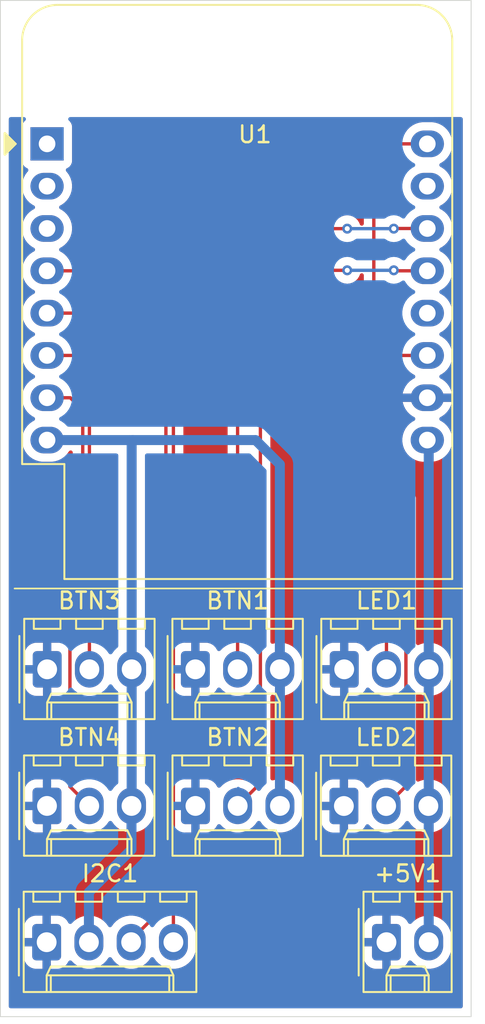
<source format=kicad_pcb>
(kicad_pcb
	(version 20240108)
	(generator "pcbnew")
	(generator_version "8.0")
	(general
		(thickness 1.6)
		(legacy_teardrops no)
	)
	(paper "A4")
	(layers
		(0 "F.Cu" signal)
		(31 "B.Cu" signal)
		(32 "B.Adhes" user "B.Adhesive")
		(33 "F.Adhes" user "F.Adhesive")
		(34 "B.Paste" user)
		(35 "F.Paste" user)
		(36 "B.SilkS" user "B.Silkscreen")
		(37 "F.SilkS" user "F.Silkscreen")
		(38 "B.Mask" user)
		(39 "F.Mask" user)
		(40 "Dwgs.User" user "User.Drawings")
		(41 "Cmts.User" user "User.Comments")
		(42 "Eco1.User" user "User.Eco1")
		(43 "Eco2.User" user "User.Eco2")
		(44 "Edge.Cuts" user)
		(45 "Margin" user)
		(46 "B.CrtYd" user "B.Courtyard")
		(47 "F.CrtYd" user "F.Courtyard")
		(48 "B.Fab" user)
		(49 "F.Fab" user)
		(50 "User.1" user)
		(51 "User.2" user)
		(52 "User.3" user)
		(53 "User.4" user)
		(54 "User.5" user)
		(55 "User.6" user)
		(56 "User.7" user)
		(57 "User.8" user)
		(58 "User.9" user)
	)
	(setup
		(pad_to_mask_clearance 0)
		(allow_soldermask_bridges_in_footprints no)
		(pcbplotparams
			(layerselection 0x00010fc_ffffffff)
			(plot_on_all_layers_selection 0x0000000_00000000)
			(disableapertmacros no)
			(usegerberextensions no)
			(usegerberattributes yes)
			(usegerberadvancedattributes yes)
			(creategerberjobfile yes)
			(dashed_line_dash_ratio 12.000000)
			(dashed_line_gap_ratio 3.000000)
			(svgprecision 4)
			(plotframeref no)
			(viasonmask no)
			(mode 1)
			(useauxorigin no)
			(hpglpennumber 1)
			(hpglpenspeed 20)
			(hpglpendiameter 15.000000)
			(pdf_front_fp_property_popups yes)
			(pdf_back_fp_property_popups yes)
			(dxfpolygonmode yes)
			(dxfimperialunits yes)
			(dxfusepcbnewfont yes)
			(psnegative no)
			(psa4output no)
			(plotreference yes)
			(plotvalue yes)
			(plotfptext yes)
			(plotinvisibletext no)
			(sketchpadsonfab no)
			(subtractmaskfromsilk no)
			(outputformat 1)
			(mirror no)
			(drillshape 1)
			(scaleselection 1)
			(outputdirectory "")
		)
	)
	(net 0 "")
	(net 1 "GND")
	(net 2 "+5V")
	(net 3 "Net-(BTN1-Pin_2)")
	(net 4 "+3.3V")
	(net 5 "Net-(BTN2-Pin_2)")
	(net 6 "Net-(BTN3-Pin_2)")
	(net 7 "Net-(BTN4-Pin_2)")
	(net 8 "Net-(I2C1-Pin_3)")
	(net 9 "Net-(I2C1-Pin_4)")
	(net 10 "Net-(LED1-Pin_2)")
	(net 11 "Net-(LED2-Pin_2)")
	(net 12 "unconnected-(U1-D3-Pad12)")
	(net 13 "unconnected-(U1-RX-Pad15)")
	(net 14 "unconnected-(U1-~{RST}-Pad1)")
	(net 15 "unconnected-(U1-D0-Pad3)")
	(net 16 "unconnected-(U1-A0-Pad2)")
	(footprint "Connector_Molex:Molex_KK-254_AE-6410-03A_1x03_P2.54mm_Vertical" (layer "F.Cu") (at 90.76 69.85))
	(footprint "Connector_Molex:Molex_KK-254_AE-6410-03A_1x03_P2.54mm_Vertical" (layer "F.Cu") (at 99.675 78.05))
	(footprint "Connector_Molex:Molex_KK-254_AE-6410-03A_1x03_P2.54mm_Vertical" (layer "F.Cu") (at 90.75 78.05))
	(footprint "Connector_Molex:Molex_KK-254_AE-6410-04A_1x04_P2.54mm_Vertical" (layer "F.Cu") (at 90.73 86.23))
	(footprint "Connector_Molex:Molex_KK-254_AE-6410-03A_1x03_P2.54mm_Vertical" (layer "F.Cu") (at 108.62 69.85))
	(footprint "Connector_Molex:Molex_KK-254_AE-6410-03A_1x03_P2.54mm_Vertical" (layer "F.Cu") (at 99.67 69.85))
	(footprint "Connector_Molex:Molex_KK-254_AE-6410-02A_1x02_P2.54mm_Vertical" (layer "F.Cu") (at 111.16 86.23))
	(footprint "Connector_Molex:Molex_KK-254_AE-6410-03A_1x03_P2.54mm_Vertical" (layer "F.Cu") (at 108.6 78.055))
	(footprint "Module:WEMOS_D1_mini_light" (layer "F.Cu") (at 90.755 38.31))
	(gr_line
		(start 88.8 65)
		(end 115.7 65)
		(stroke
			(width 0.1)
			(type default)
		)
		(layer "F.SilkS")
		(uuid "5603c642-aef2-43d4-8782-1be22a89116a")
	)
	(gr_rect
		(start 87.95 29.7)
		(end 116.25 90.7)
		(stroke
			(width 0.05)
			(type default)
		)
		(fill none)
		(layer "Edge.Cuts")
		(uuid "0f72c277-9074-4a86-a9b0-f66fbb10befc")
	)
	(segment
		(start 113.7 86.23)
		(end 113.7 56.175)
		(width 0.6)
		(layer "B.Cu")
		(net 2)
		(uuid "1c258d5a-d556-4f8b-a8f3-69c2ce9fa433")
	)
	(segment
		(start 113.7 56.175)
		(end 113.615 56.09)
		(width 0.2)
		(layer "B.Cu")
		(net 2)
		(uuid "9df8b863-7724-4ac3-ac43-1e94a8aae068")
	)
	(segment
		(start 106.5 43.4)
		(end 108.8 43.4)
		(width 0.2)
		(layer "F.Cu")
		(net 3)
		(uuid "25a1f582-3f64-42b8-a5c8-603b104c727d")
	)
	(segment
		(start 113.615 43.39)
		(end 111.61 43.39)
		(width 0.2)
		(layer "F.Cu")
		(net 3)
		(uuid "26349206-5343-42fe-8080-89a704b3742d")
	)
	(segment
		(start 111.6 43.4)
		(end 111.61 43.39)
		(width 0.2)
		(layer "F.Cu")
		(net 3)
		(uuid "2df8ba68-862b-4198-bfdd-22b7a341ccbd")
	)
	(segment
		(start 102.21 69.85)
		(end 102.21 47.69)
		(width 0.2)
		(layer "F.Cu")
		(net 3)
		(uuid "44e0f84a-23a8-4169-bed5-2f6e8bf20b1a")
	)
	(segment
		(start 106.2 43.7)
		(end 106.5 43.4)
		(width 0.2)
		(layer "F.Cu")
		(net 3)
		(uuid "5d547256-f4e1-4751-9caf-510d985ddc0f")
	)
	(segment
		(start 102.21 47.69)
		(end 106.2 43.7)
		(width 0.2)
		(layer "F.Cu")
		(net 3)
		(uuid "f710e9e0-d8dd-4b2e-931a-30bb9dae5618")
	)
	(via
		(at 108.8 43.4)
		(size 0.6)
		(drill 0.3)
		(layers "F.Cu" "B.Cu")
		(net 3)
		(uuid "6b593136-042a-4c5d-9534-8e961c9f7867")
	)
	(via
		(at 111.6 43.4)
		(size 0.6)
		(drill 0.3)
		(layers "F.Cu" "B.Cu")
		(net 3)
		(uuid "d47bf26e-34e2-4feb-a080-4c9ff069bd72")
	)
	(segment
		(start 108.8 43.4)
		(end 111.6 43.4)
		(width 0.2)
		(layer "B.Cu")
		(net 3)
		(uuid "6c04fc5c-e7ee-4ec1-bcb5-24b6b4b6bcb9")
	)
	(segment
		(start 95.84 69.85)
		(end 95.84 78.04)
		(width 0.6)
		(layer "B.Cu")
		(net 4)
		(uuid "20c4f753-2034-4859-9367-95fe1755585e")
	)
	(segment
		(start 95.9 56.09)
		(end 103.29 56.09)
		(width 0.6)
		(layer "B.Cu")
		(net 4)
		(uuid "45fffc95-a55a-4b73-ba37-997b6ecdfae5")
	)
	(segment
		(start 95.84 69.85)
		(end 95.84 56.15)
		(width 0.6)
		(layer "B.Cu")
		(net 4)
		(uuid "534f29fa-9ce7-4062-8f3b-953ab7a92d82")
	)
	(segment
		(start 104.75 57.55)
		(end 104.75 69.85)
		(width 0.6)
		(layer "B.Cu")
		(net 4)
		(uuid "5bda4e5d-f0d9-4240-a113-326c1014ac76")
	)
	(segment
		(start 95.84 56.15)
		(end 95.9 56.09)
		(width 0.6)
		(layer "B.Cu")
		(net 4)
		(uuid "5f989f51-631f-4f8d-b474-9b27731e189c")
	)
	(segment
		(start 103.29 56.09)
		(end 104.75 57.55)
		(width 0.6)
		(layer "B.Cu")
		(net 4)
		(uuid "60025335-17c1-44ac-b47c-5a39239dae86")
	)
	(segment
		(start 95.83 80.67)
		(end 93.27 83.23)
		(width 0.6)
		(layer "B.Cu")
		(net 4)
		(uuid "6a1d6d53-7d14-4693-a6a4-3372bff7c777")
	)
	(segment
		(start 104.75 69.95)
		(end 104.755 69.955)
		(width 0.6)
		(layer "B.Cu")
		(net 4)
		(uuid "842b4516-5f08-4345-aba1-6f4fe92af2b7")
	)
	(segment
		(start 95.84 78.04)
		(end 95.83 78.05)
		(width 0.6)
		(layer "B.Cu")
		(net 4)
		(uuid "8d88ade1-8f77-4fd5-b1df-0ac0f268bb67")
	)
	(segment
		(start 90.755 56.09)
		(end 95.9 56.09)
		(width 0.6)
		(layer "B.Cu")
		(net 4)
		(uuid "946d9686-f75a-486a-92da-003df2415dc2")
	)
	(segment
		(start 95.83 78.05)
		(end 95.83 80.67)
		(width 0.6)
		(layer "B.Cu")
		(net 4)
		(uuid "ad645a62-72c5-4783-9d27-cfec1d17cd45")
	)
	(segment
		(start 104.755 69.955)
		(end 104.755 78.05)
		(width 0.6)
		(layer "B.Cu")
		(net 4)
		(uuid "ba683670-48a6-4f08-8c99-51c61d2a61b7")
	)
	(segment
		(start 93.27 83.23)
		(end 93.27 86.23)
		(width 0.6)
		(layer "B.Cu")
		(net 4)
		(uuid "e4e55dd4-c887-41c7-a7bf-2d1420696381")
	)
	(segment
		(start 104.75 69.85)
		(end 104.75 69.95)
		(width 0.6)
		(layer "B.Cu")
		(net 4)
		(uuid "e5b26020-a01c-433d-ac8f-ea73f8c635ec")
	)
	(segment
		(start 102.215 78.05)
		(end 103.58 76.685)
		(width 0.2)
		(layer "F.Cu")
		(net 5)
		(uuid "01f3cfde-6d0c-42d9-bbc2-6e836020c0d5")
	)
	(segment
		(start 111.6 45.9)
		(end 111.7 45.9)
		(width 0.2)
		(layer "F.Cu")
		(net 5)
		(uuid "07779099-b86c-4ae2-98f6-a4c20c99b329")
	)
	(segment
		(start 103.58 48.42)
		(end 105.7 46.3)
		(width 0.2)
		(layer "F.Cu")
		(net 5)
		(uuid "35331b7b-a468-48c0-8c26-4121652fec8a")
	)
	(segment
		(start 105.7 46.3)
		(end 106.1 45.9)
		(width 0.2)
		(layer "F.Cu")
		(net 5)
		(uuid "8e59cbb3-b1c5-4a22-9cd1-224781eed234")
	)
	(segment
		(start 111.7 45.9)
		(end 111.73 45.93)
		(width 0.2)
		(layer "F.Cu")
		(net 5)
		(uuid "94b2ef63-b357-41ac-a2e5-736366ba193e")
	)
	(segment
		(start 106.1 45.9)
		(end 108.8 45.9)
		(width 0.2)
		(layer "F.Cu")
		(net 5)
		(uuid "9a7edb06-98d2-415b-a362-19ea13a7add0")
	)
	(segment
		(start 108.8 45.9)
		(end 108.7 45.9)
		(width 0.2)
		(layer "F.Cu")
		(net 5)
		(uuid "a4a85e3a-af93-4ac3-8c74-aa9e3950945a")
	)
	(segment
		(start 103.58 76.685)
		(end 103.58 48.42)
		(width 0.2)
		(layer "F.Cu")
		(net 5)
		(uuid "ba046a52-d127-44ef-813c-55669a8a5b63")
	)
	(segment
		(start 111.73 45.93)
		(end 113.615 45.93)
		(width 0.2)
		(layer "F.Cu")
		(net 5)
		(uuid "d9c54560-314e-4f55-a515-005398c41149")
	)
	(via
		(at 111.6 45.9)
		(size 0.6)
		(drill 0.3)
		(layers "F.Cu" "B.Cu")
		(net 5)
		(uuid "0d982ade-9b5e-4f9c-9fe6-effcb5edff79")
	)
	(via
		(at 108.8 45.9)
		(size 0.6)
		(drill 0.3)
		(layers "F.Cu" "B.Cu")
		(net 5)
		(uuid "6f098d98-17ca-4de7-98b8-244ac0d5ea17")
	)
	(segment
		(start 102.36 77.7)
		(end 102.36 77.11)
		(width 0.2)
		(layer "B.Cu")
		(net 5)
		(uuid "3d1e63a0-4afc-4f4f-a1ab-15f504995702")
	)
	(segment
		(start 108.8 45.9)
		(end 111.6 45.9)
		(width 0.2)
		(layer "B.Cu")
		(net 5)
		(uuid "6cdd0738-b492-4472-9c54-5b1b863ce7a1")
	)
	(segment
		(start 102.36 77.11)
		(end 102.25 77)
		(width 0.2)
		(layer "B.Cu")
		(net 5)
		(uuid "f91b5b2b-9478-4e6b-910d-ef7507cecb43")
	)
	(segment
		(start 92.4 51)
		(end 92.39 51.01)
		(width 0.2)
		(layer "F.Cu")
		(net 6)
		(uuid "17b85e18-611b-490e-a1b8-1aeab60ceebc")
	)
	(segment
		(start 92.39 51.01)
		(end 90.755 51.01)
		(width 0.2)
		(layer "F.Cu")
		(net 6)
		(uuid "20e8dead-9cd0-45e1-8d14-afe845db8999")
	)
	(segment
		(start 93.3 51.9)
		(end 92.4 51)
		(width 0.2)
		(layer "F.Cu")
		(net 6)
		(uuid "95b46bd6-e55d-487f-afb3-70cb2beffd2f")
	)
	(segment
		(start 93.3 69.85)
		(end 93.3 51.9)
		(width 0.2)
		(layer "F.Cu")
		(net 6)
		(uuid "97f6e6c1-7755-47d1-84a1-78e34aa47879")
	)
	(segment
		(start 92.15 53.55)
		(end 90.755 53.55)
		(width 0.2)
		(layer "F.Cu")
		(net 7)
		(uuid "0e5d8792-9fc8-47e4-94b2-59ee3b56f089")
	)
	(segment
		(start 92.13 58.57)
		(end 92.9 57.8)
		(width 0.2)
		(layer "F.Cu")
		(net 7)
		(uuid "3836eb36-e72a-400f-bdfe-180faf1561c3")
	)
	(segment
		(start 92.9 57.8)
		(end 92.9 54.3)
		(width 0.2)
		(layer "F.Cu")
		(net 7)
		(uuid "4ce18bf5-7ac3-42b1-8d2f-b53a3fb8e573")
	)
	(segment
		(start 92.9 54.3)
		(end 92.15 53.55)
		(width 0.2)
		(layer "F.Cu")
		(net 7)
		(uuid "88a56c4b-7d81-4241-8a27-2149d2fa5a03")
	)
	(segment
		(start 92.13 76.89)
		(end 92.13 58.57)
		(width 0.2)
		(layer "F.Cu")
		(net 7)
		(uuid "a10c84a7-320e-4507-bf81-aacc31e9280c")
	)
	(segment
		(start 93.29 78.05)
		(end 92.13 76.89)
		(width 0.2)
		(layer "F.Cu")
		(net 7)
		(uuid "d6db2ee0-13a0-432f-bba6-569dac562b94")
	)
	(segment
		(start 97.9 50.1)
		(end 96.27 48.47)
		(width 0.2)
		(layer "F.Cu")
		(net 8)
		(uuid "0c7f8add-3eaa-4fb0-ac2f-94d9dc3d8103")
	)
	(segment
		(start 96.27 48.47)
		(end 90.755 48.47)
		(width 0.2)
		(layer "F.Cu")
		(net 8)
		(uuid "26989978-0422-45bd-b343-257f32458abb")
	)
	(segment
		(start 97.9 84)
		(end 97.9 50.1)
		(width 0.2)
		(layer "F.Cu")
		(net 8)
		(uuid "2d80b3e6-b320-49a1-b330-66fd6e126d3c")
	)
	(segment
		(start 95.81 86.09)
		(end 97.9 84)
		(width 0.2)
		(layer "F.Cu")
		(net 8)
		(uuid "70e6bf09-d429-47c1-92ed-c022ab69d5e4")
	)
	(segment
		(start 95.81 86.23)
		(end 95.81 86.09)
		(width 0.2)
		(layer "F.Cu")
		(net 8)
		(uuid "97e8a3df-ee6e-45a8-b650-081910d2f97f")
	)
	(segment
		(start 98.35 47.35)
		(end 98.35 86.23)
		(width 0.2)
		(layer "F.Cu")
		(net 9)
		(uuid "7a901054-b0ec-43b4-97f8-df26747fddf6")
	)
	(segment
		(start 96.93 45.93)
		(end 98.35 47.35)
		(width 0.2)
		(layer "F.Cu")
		(net 9)
		(uuid "d46f4c4b-90d5-4702-8aa5-36358ed836f3")
	)
	(segment
		(start 90.755 45.93)
		(end 96.93 45.93)
		(width 0.2)
		(layer "F.Cu")
		(net 9)
		(uuid "f4e74129-1e62-411c-b3f8-98453850f733")
	)
	(segment
		(start 111.19 38.31)
		(end 113.615 38.31)
		(width 0.2)
		(layer "F.Cu")
		(net 10)
		(uuid "6859f440-dcf6-4a18-9f5d-cfe12c4baaf7")
	)
	(segment
		(start 110.4 58.5)
		(end 110.4 39.1)
		(width 0.2)
		(layer "F.Cu")
		(net 10)
		(uuid "6ff169fb-d4e8-4645-8889-81e91893e256")
	)
	(segment
		(start 111.16 69.85)
		(end 111.16 59.26)
		(width 0.2)
		(layer "F.Cu")
		(net 10)
		(uuid "ee55394d-7de3-4f24-9273-e2645cf27367")
	)
	(segment
		(start 111.16 59.26)
		(end 110.4 58.5)
		(width 0.2)
		(layer "F.Cu")
		(net 10)
		(uuid "f0cb4da3-8b4b-40ab-8463-13ce331c3a5d")
	)
	(segment
		(start 110.4 39.1)
		(end 111.19 38.31)
		(width 0.2)
		(layer "F.Cu")
		(net 10)
		(uuid "f6d62cd1-d269-414d-98ca-d818740fe356")
	)
	(segment
		(start 112.33 76.865)
		(end 112.33 59.63)
		(width 0.2)
		(layer "F.Cu")
		(net 11)
		(uuid "09ea171c-730c-4373-a449-dfb1dc5e05ef")
	)
	(segment
		(start 111.99 51.01)
		(end 113.615 51.01)
		(width 0.2)
		(layer "F.Cu")
		(net 11)
		(uuid "0f2a5229-f69c-4d4b-b969-99711ba8f693")
	)
	(segment
		(start 112.33 59.63)
		(end 110.9 58.2)
		(width 0.2)
		(layer "F.Cu")
		(net 11)
		(uuid "588cefa7-d1b9-480c-98ff-8755c2141980")
	)
	(segment
		(start 111.14 78.055)
		(end 112.33 76.865)
		(width 0.2)
		(layer "F.Cu")
		(net 11)
		(uuid "673ac5d2-72a7-45e5-b87d-162ff47ed777")
	)
	(segment
		(start 110.9 58.2)
		(end 110.9 52.1)
		(width 0.2)
		(layer "F.Cu")
		(net 11)
		(uuid "82eb5306-f0bd-4821-9c3d-1b34682767e8")
	)
	(segment
		(start 110.9 52.1)
		(end 111.99 51.01)
		(width 0.2)
		(layer "F.Cu")
		(net 11)
		(uuid "cf27f99d-2a42-4f29-9469-5594a045f468")
	)
	(zone
		(net 1)
		(net_name "GND")
		(layer "F.Cu")
		(uuid "cd9f60fc-6d54-4108-b40b-464cff04dc67")
		(hatch edge 0.5)
		(priority 1)
		(connect_pads
			(clearance 0.5)
		)
		(min_thickness 0.25)
		(filled_areas_thickness no)
		(fill yes
			(thermal_gap 0.5)
			(thermal_bridge_width 0.5)
		)
		(polygon
			(pts
				(xy 87.95 36.8) (xy 116.25 36.7) (xy 116.25 90.7) (xy 87.95 90.8)
			)
		)
		(filled_polygon
			(layer "F.Cu")
			(pts
				(xy 115.69217 36.721654) (xy 115.738112 36.774296) (xy 115.7495 36.826206) (xy 115.7495 90.0755)
				(xy 115.729815 90.142539) (xy 115.677011 90.188294) (xy 115.6255 90.1995) (xy 88.5745 90.1995) (xy 88.507461 90.179815)
				(xy 88.461706 90.127011) (xy 88.4505 90.0755) (xy 88.4505 36.921793) (xy 88.470185 36.854754) (xy 88.522989 36.808999)
				(xy 88.574058 36.797794) (xy 89.266907 36.795346) (xy 89.334013 36.814793) (xy 89.379955 36.867435)
				(xy 89.390142 36.936558) (xy 89.36661 36.993656) (xy 89.311204 37.067668) (xy 89.311202 37.067671)
				(xy 89.260908 37.202517) (xy 89.254501 37.262116) (xy 89.254501 37.262123) (xy 89.2545 37.262135)
				(xy 89.2545 39.35787) (xy 89.254501 39.357876) (xy 89.260908 39.417483) (xy 89.311202 39.552328)
				(xy 89.311206 39.552335) (xy 89.397452 39.667544) (xy 89.397455 39.667547) (xy 89.512664 39.753793)
				(xy 89.512673 39.753798) (xy 89.549914 39.767688) (xy 89.605848 39.809559) (xy 89.630266 39.875023)
				(xy 89.615415 39.943296) (xy 89.594265 39.97155) (xy 89.563027 40.002787) (xy 89.442715 40.168386)
				(xy 89.349781 40.350776) (xy 89.286522 40.545465) (xy 89.2545 40.747648) (xy 89.2545 40.952351)
				(xy 89.286522 41.154534) (xy 89.349781 41.349223) (xy 89.442715 41.531613) (xy 89.563028 41.697213)
				(xy 89.707786 41.841971) (xy 89.862749 41.954556) (xy 89.87339 41.962287) (xy 89.96484 42.008883)
				(xy 89.96608 42.009515) (xy 90.016876 42.05749) (xy 90.033671 42.125311) (xy 90.011134 42.191446)
				(xy 89.96608 42.230485) (xy 89.873386 42.277715) (xy 89.707786 42.398028) (xy 89.563028 42.542786)
				(xy 89.442715 42.708386) (xy 89.349781 42.890776) (xy 89.286522 43.085465) (xy 89.2545 43.287648)
				(xy 89.2545 43.492351) (xy 89.286522 43.694534) (xy 89.349781 43.889223) (xy 89.413691 44.014653)
				(xy 89.441238 44.068716) (xy 89.442715 44.071613) (xy 89.563028 44.237213) (xy 89.707786 44.381971)
				(xy 89.862749 44.494556) (xy 89.87339 44.502287) (xy 89.96484 44.548883) (xy 89.96608 44.549515)
				(xy 90.016876 44.59749) (xy 90.033671 44.665311) (xy 90.011134 44.731446) (xy 89.96608 44.770485)
				(xy 89.873386 44.817715) (xy 89.707786 44.938028) (xy 89.563028 45.082786) (xy 89.442715 45.248386)
				(xy 89.349781 45.430776) (xy 89.286522 45.625465) (xy 89.2545 45.827648) (xy 89.2545 46.032351)
				(xy 89.286522 46.234534) (xy 89.349781 46.429223) (xy 89.410001 46.547409) (xy 89.430726 46.588085)
				(xy 89.442715 46.611613) (xy 89.563028 46.777213) (xy 89.707786 46.921971) (xy 89.862749 47.034556)
				(xy 89.87339 47.042287) (xy 89.96484 47.088883) (xy 89.96608 47.089515) (xy 90.016876 47.13749)
				(xy 90.033671 47.205311) (xy 90.011134 47.271446) (xy 89.96608 47.310485) (xy 89.873388 47.357714)
				(xy 89.707786 47.478028) (xy 89.563028 47.622786) (xy 89.442715 47.788386) (xy 89.349781 47.970776)
				(xy 89.286522 48.165465) (xy 89.2545 48.367648) (xy 89.2545 48.572351) (xy 89.286522 48.774534)
				(xy 89.349781 48.969223) (xy 89.442715 49.151613) (xy 89.563028 49.317213) (xy 89.707786 49.461971)
				(xy 89.862749 49.574556) (xy 89.87339 49.582287) (xy 89.96484 49.628883) (xy 89.96608 49.629515)
				(xy 90.016876 49.67749) (xy 90.033671 49.745311) (xy 90.011134 49.811446) (xy 89.96608 49.850485)
				(xy 89.873386 49.897715) (xy 89.707786 50.018028) (xy 89.563028 50.162786) (xy 89.442715 50.328386)
				(xy 89.349781 50.510776) (xy 89.286522 50.705465) (xy 89.2545 50.907648) (xy 89.2545 51.112351)
				(xy 89.286522 51.314534) (xy 89.349781 51.509223) (xy 89.401385 51.6105) (xy 89.437682 51.681737)
				(xy 89.442715 51.691613) (xy 89.563028 51.857213) (xy 89.707786 52.001971) (xy 89.859804 52.112416)
				(xy 89.87339 52.122287) (xy 89.96484 52.168883) (xy 89.96608 52.169515) (xy 90.016876 52.21749)
				(xy 90.033671 52.285311) (xy 90.011134 52.351446) (xy 89.96608 52.390485) (xy 89.873386 52.437715)
				(xy 89.707786 52.558028) (xy 89.563028 52.702786) (xy 89.442715 52.868386) (xy 89.349781 53.050776)
				(xy 89.286522 53.245465) (xy 89.2545 53.447648) (xy 89.2545 53.652351) (xy 89.286522 53.854534)
				(xy 89.349781 54.049223) (xy 89.442715 54.231613) (xy 89.563028 54.397213) (xy 89.707786 54.541971)
				(xy 89.862749 54.654556) (xy 89.87339 54.662287) (xy 89.96484 54.708883) (xy 89.96608 54.709515)
				(xy 90.016876 54.75749) (xy 90.033671 54.825311) (xy 90.011134 54.891446) (xy 89.96608 54.930485)
				(xy 89.873386 54.977715) (xy 89.707786 55.098028) (xy 89.563028 55.242786) (xy 89.442715 55.408386)
				(xy 89.349781 55.590776) (xy 89.286522 55.785465) (xy 89.2545 55.987648) (xy 89.2545 56.192351)
				(xy 89.286522 56.394534) (xy 89.349781 56.589223) (xy 89.410941 56.709254) (xy 89.440649 56.76756)
				(xy 89.442715 56.771613) (xy 89.563028 56.937213) (xy 89.707786 57.081971) (xy 89.862749 57.194556)
				(xy 89.87339 57.202287) (xy 89.989607 57.261503) (xy 90.055776 57.295218) (xy 90.055778 57.295218)
				(xy 90.055781 57.29522) (xy 90.160137 57.329127) (xy 90.250465 57.358477) (xy 90.351557 57.374488)
				(xy 90.452648 57.3905) (xy 90.452649 57.3905) (xy 91.057351 57.3905) (xy 91.057352 57.3905) (xy 91.259534 57.358477)
				(xy 91.454219 57.29522) (xy 91.63661 57.202287) (xy 91.72959 57.134732) (xy 91.802213 57.081971)
				(xy 91.802215 57.081968) (xy 91.802219 57.081966) (xy 91.946966 56.937219) (xy 91.946968 56.937215)
				(xy 91.946971 56.937213) (xy 92.067286 56.771611) (xy 92.069769 56.76756) (xy 92.121577 56.720681)
				(xy 92.190506 56.709254) (xy 92.254671 56.736907) (xy 92.293699 56.79486) (xy 92.2995 56.832343)
				(xy 92.2995 57.499902) (xy 92.279815 57.566941) (xy 92.263181 57.587583) (xy 91.649481 58.201282)
				(xy 91.649479 58.201285) (xy 91.599361 58.288094) (xy 91.599359 58.288096) (xy 91.570425 58.338209)
				(xy 91.570424 58.33821) (xy 91.570423 58.338215) (xy 91.529499 58.490943) (xy 91.529499 58.490945)
				(xy 91.529499 58.659046) (xy 91.5295 58.659059) (xy 91.5295 68.131) (xy 91.509815 68.198039) (xy 91.457011 68.243794)
				(xy 91.4055 68.255) (xy 91.01 68.255) (xy 91.01 69.30729) (xy 90.989661 69.295548) (xy 90.838333 69.255)
				(xy 90.681667 69.255) (xy 90.530339 69.295548) (xy 90.51 69.30729) (xy 90.51 68.255) (xy 90.090028 68.255)
				(xy 90.090012 68.255001) (xy 89.987302 68.265494) (xy 89.82088 68.320641) (xy 89.820875 68.320643)
				(xy 89.671654 68.412684) (xy 89.547684 68.536654) (xy 89.455643 68.685875) (xy 89.455641 68.68588)
				(xy 89.400494 68.852302) (xy 89.400493 68.852309) (xy 89.39 68.955013) (xy 89.39 69.6) (xy 90.217291 69.6)
				(xy 90.205548 69.620339) (xy 90.165 69.771667) (xy 90.165 69.928333) (xy 90.205548 70.079661) (xy 90.217291 70.1)
				(xy 89.390001 70.1) (xy 89.390001 70.744986) (xy 89.400494 70.847697) (xy 89.455641 71.014119) (xy 89.455643 71.014124)
				(xy 89.547684 71.163345) (xy 89.671654 71.287315) (xy 89.820875 71.379356) (xy 89.82088 71.379358)
				(xy 89.987302 71.434505) (xy 89.987309 71.434506) (xy 90.090019 71.444999) (xy 90.509999 71.444999)
				(xy 90.51 71.444998) (xy 90.51 70.392709) (xy 90.530339 70.404452) (xy 90.681667 70.445) (xy 90.838333 70.445)
				(xy 90.989661 70.404452) (xy 91.01 70.392709) (xy 91.01 71.444999) (xy 91.4055 71.444999) (xy 91.472539 71.464684)
				(xy 91.518294 71.517488) (xy 91.5295 71.568999) (xy 91.5295 76.331) (xy 91.509815 76.398039) (xy 91.457011 76.443794)
				(xy 91.4055 76.455) (xy 91 76.455) (xy 91 77.50729) (xy 90.979661 77.495548) (xy 90.828333 77.455)
				(xy 90.671667 77.455) (xy 90.520339 77.495548) (xy 90.5 77.50729) (xy 90.5 76.455) (xy 90.080028 76.455)
				(xy 90.080012 76.455001) (xy 89.977302 76.465494) (xy 89.81088 76.520641) (xy 89.810875 76.520643)
				(xy 89.661654 76.612684) (xy 89.537684 76.736654) (xy 89.445643 76.885875) (xy 89.445641 76.88588)
				(xy 89.390494 77.052302) (xy 89.390493 77.052309) (xy 89.38 77.155013) (xy 89.38 77.8) (xy 90.207291 77.8)
				(xy 90.195548 77.820339) (xy 90.155 77.971667) (xy 90.155 78.128333) (xy 90.195548 78.279661) (xy 90.207291 78.3)
				(xy 89.380001 78.3) (xy 89.380001 78.944986) (xy 89.390494 79.047697) (xy 89.445641 79.214119) (xy 89.445643 79.214124)
				(xy 89.537684 79.363345) (xy 89.661654 79.487315) (xy 89.810875 79.579356) (xy 89.81088 79.579358)
				(xy 89.977302 79.634505) (xy 89.977309 79.634506) (xy 90.080019 79.644999) (xy 90.499999 79.644999)
				(xy 90.5 79.644998) (xy 90.5 78.592709) (xy 90.520339 78.604452) (xy 90.671667 78.645) (xy 90.828333 78.645)
				(xy 90.979661 78.604452) (xy 91 78.592709) (xy 91 79.644999) (xy 91.419972 79.644999) (xy 91.419986 79.644998)
				(xy 91.522697 79.634505) (xy 91.689119 79.579358) (xy 91.689124 79.579356) (xy 91.838345 79.487315)
				(xy 91.962315 79.363345) (xy 92.054354 79.214127) (xy 92.054745 79.213289) (xy 92.055167 79.212809)
				(xy 92.058149 79.207975) (xy 92.058974 79.208484) (xy 92.10091 79.160843) (xy 92.1681 79.141681)
				(xy 92.234984 79.161887) (xy 92.254816 79.177996) (xy 92.397179 79.320359) (xy 92.571701 79.447157)
				(xy 92.763911 79.545092) (xy 92.969074 79.611754) (xy 93.048973 79.624408) (xy 93.182134 79.6455)
				(xy 93.182139 79.6455) (xy 93.397866 79.6455) (xy 93.51623 79.626752) (xy 93.610926 79.611754) (xy 93.816089 79.545092)
				(xy 94.008299 79.447157) (xy 94.182821 79.320359) (xy 94.335359 79.167821) (xy 94.459682 78.996704)
				(xy 94.515012 78.95404) (xy 94.584626 78.948061) (xy 94.64642 78.980667) (xy 94.660315 78.996702)
				(xy 94.784641 79.167821) (xy 94.937179 79.320359) (xy 95.111701 79.447157) (xy 95.303911 79.545092)
				(xy 95.509074 79.611754) (xy 95.588973 79.624408) (xy 95.722134 79.6455) (xy 95.722139 79.6455)
				(xy 95.937866 79.6455) (xy 96.05623 79.626752) (xy 96.150926 79.611754) (xy 96.356089 79.545092)
				(xy 96.548299 79.447157) (xy 96.722821 79.320359) (xy 96.875359 79.167821) (xy 97.002157 78.993299)
				(xy 97.025207 78.948061) (xy 97.065015 78.869933) (xy 97.112989 78.819136) (xy 97.18081 78.802341)
				(xy 97.246945 78.824878) (xy 97.290397 78.879593) (xy 97.2995 78.926227) (xy 97.2995 83.699902)
				(xy 97.279815 83.766941) (xy 97.263181 83.787583) (xy 96.374549 84.676214) (xy 96.313226 84.709699)
				(xy 96.248551 84.706464) (xy 96.130927 84.668246) (xy 96.130922 84.668245) (xy 95.917866 84.6345)
				(xy 95.917861 84.6345) (xy 95.702139 84.6345) (xy 95.702134 84.6345) (xy 95.489077 84.668245) (xy 95.283908 84.734909)
				(xy 95.0917 84.832843) (xy 94.992129 84.905186) (xy 94.917179 84.959641) (xy 94.917177 84.959643)
				(xy 94.917176 84.959643) (xy 94.764643 85.112176) (xy 94.764643 85.112177) (xy 94.764641 85.112179)
				(xy 94.747706 85.135488) (xy 94.640318 85.283294) (xy 94.584988 85.325959) (xy 94.515374 85.331938)
				(xy 94.453579 85.299332) (xy 94.439682 85.283294) (xy 94.402639 85.232309) (xy 94.315359 85.112179)
				(xy 94.162821 84.959641) (xy 93.988299 84.832843) (xy 93.796089 84.734908) (xy 93.590926 84.668246)
				(xy 93.590924 84.668245) (xy 93.590922 84.668245) (xy 93.377866 84.6345) (xy 93.377861 84.6345)
				(xy 93.162139 84.6345) (xy 93.162134 84.6345) (xy 92.949077 84.668245) (xy 92.743908 84.734909)
				(xy 92.5517 84.832843) (xy 92.37718 84.95964) (xy 92.234816 85.102004) (xy 92.173493 85.135488)
				(xy 92.103801 85.130504) (xy 92.047868 85.088632) (xy 92.034748 85.066716) (xy 92.034356 85.065876)
				(xy 91.942315 84.916654) (xy 91.818345 84.792684) (xy 91.669124 84.700643) (xy 91.669119 84.700641)
				(xy 91.502697 84.645494) (xy 91.50269 84.645493) (xy 91.399986 84.635) (xy 90.98 84.635) (xy 90.98 85.68729)
				(xy 90.959661 85.675548) (xy 90.808333 85.635) (xy 90.651667 85.635) (xy 90.500339 85.675548) (xy 90.48 85.68729)
				(xy 90.48 84.635) (xy 90.060028 84.635) (xy 90.060012 84.635001) (xy 89.957302 84.645494) (xy 89.79088 84.700641)
				(xy 89.790875 84.700643) (xy 89.641654 84.792684) (xy 89.517684 84.916654) (xy 89.425643 85.065875)
				(xy 89.425641 85.06588) (xy 89.370494 85.232302) (xy 89.370493 85.232309) (xy 89.36 85.335013) (xy 89.36 85.98)
				(xy 90.187291 85.98) (xy 90.175548 86.000339) (xy 90.135 86.151667) (xy 90.135 86.308333) (xy 90.175548 86.459661)
				(xy 90.187291 86.48) (xy 89.360001 86.48) (xy 89.360001 87.124986) (xy 89.370494 87.227697) (xy 89.425641 87.394119)
				(xy 89.425643 87.394124) (xy 89.517684 87.543345) (xy 89.641654 87.667315) (xy 89.790875 87.759356)
				(xy 89.79088 87.759358) (xy 89.957302 87.814505) (xy 89.957309 87.814506) (xy 90.060019 87.824999)
				(xy 90.479999 87.824999) (xy 90.48 87.824998) (xy 90.48 86.772709) (xy 90.500339 86.784452) (xy 90.651667 86.825)
				(xy 90.808333 86.825) (xy 90.959661 86.784452) (xy 90.98 86.772709) (xy 90.98 87.824999) (xy 91.399972 87.824999)
				(xy 91.399986 87.824998) (xy 91.502697 87.814505) (xy 91.669119 87.759358) (xy 91.669124 87.759356)
				(xy 91.818345 87.667315) (xy 91.942315 87.543345) (xy 92.034354 87.394127) (xy 92.034745 87.393289)
				(xy 92.035167 87.392809) (xy 92.038149 87.387975) (xy 92.038974 87.388484) (xy 92.08091 87.340843)
				(xy 92.1481 87.321681) (xy 92.214984 87.341887) (xy 92.234816 87.357996) (xy 92.377179 87.500359)
				(xy 92.551701 87.627157) (xy 92.743911 87.725092) (xy 92.949074 87.791754) (xy 93.028973 87.804408)
				(xy 93.162134 87.8255) (xy 93.162139 87.8255) (xy 93.377866 87.8255) (xy 93.49623 87.806752) (xy 93.590926 87.791754)
				(xy 93.796089 87.725092) (xy 93.988299 87.627157) (xy 94.162821 87.500359) (xy 94.315359 87.347821)
				(xy 94.439682 87.176704) (xy 94.495012 87.13404) (xy 94.564626 87.128061) (xy 94.62642 87.160667)
				(xy 94.640315 87.176702) (xy 94.764641 87.347821) (xy 94.917179 87.500359) (xy 95.091701 87.627157)
				(xy 95.283911 87.725092) (xy 95.489074 87.791754) (xy 95.568973 87.804408) (xy 95.702134 87.8255)
				(xy 95.702139 87.8255) (xy 95.917866 87.8255) (xy 96.03623 87.806752) (xy 96.130926 87.791754) (xy 96.336089 87.725092)
				(xy 96.528299 87.627157) (xy 96.702821 87.500359) (xy 96.855359 87.347821) (xy 96.979682 87.176704)
				(xy 97.035012 87.13404) (xy 97.104626 87.128061) (xy 97.16642 87.160667) (xy 97.180315 87.176702)
				(xy 97.304641 87.347821) (xy 97.457179 87.500359) (xy 97.631701 87.627157) (xy 97.823911 87.725092)
				(xy 98.029074 87.791754) (xy 98.108973 87.804408) (xy 98.242134 87.8255) (xy 98.242139 87.8255)
				(xy 98.457866 87.8255) (xy 98.57623 87.806752) (xy 98.670926 87.791754) (xy 98.876089 87.725092)
				(xy 99.068299 87.627157) (xy 99.242821 87.500359) (xy 99.395359 87.347821) (xy 99.522157 87.173299)
				(xy 99.620092 86.981089) (xy 99.686754 86.775926) (xy 99.701752 86.68123) (xy 99.7205 86.562866)
				(xy 99.7205 85.897133) (xy 99.686754 85.684077) (xy 99.686754 85.684074) (xy 99.620092 85.478911)
				(xy 99.546773 85.335013) (xy 109.79 85.335013) (xy 109.79 85.98) (xy 110.617291 85.98) (xy 110.605548 86.000339)
				(xy 110.565 86.151667) (xy 110.565 86.308333) (xy 110.605548 86.459661) (xy 110.617291 86.48) (xy 109.790001 86.48)
				(xy 109.790001 87.124986) (xy 109.800494 87.227697) (xy 109.855641 87.394119) (xy 109.855643 87.394124)
				(xy 109.947684 87.543345) (xy 110.071654 87.667315) (xy 110.220875 87.759356) (xy 110.22088 87.759358)
				(xy 110.387302 87.814505) (xy 110.387309 87.814506) (xy 110.490019 87.824999) (xy 110.909999 87.824999)
				(xy 110.91 87.824998) (xy 110.91 86.772709) (xy 110.930339 86.784452) (xy 111.081667 86.825) (xy 111.238333 86.825)
				(xy 111.389661 86.784452) (xy 111.41 86.772709) (xy 111.41 87.824999) (xy 111.829972 87.824999)
				(xy 111.829986 87.824998) (xy 111.932697 87.814505) (xy 112.099119 87.759358) (xy 112.099124 87.759356)
				(xy 112.248345 87.667315) (xy 112.372315 87.543345) (xy 112.464354 87.394127) (xy 112.464745 87.393289)
				(xy 112.465167 87.392809) (xy 112.468149 87.387975) (xy 112.468974 87.388484) (xy 112.51091 87.340843)
				(xy 112.5781 87.321681) (xy 112.644984 87.341887) (xy 112.664816 87.357996) (xy 112.807179 87.500359)
				(xy 112.981701 87.627157) (xy 113.173911 87.725092) (xy 113.379074 87.791754) (xy 113.458973 87.804408)
				(xy 113.592134 87.8255) (xy 113.592139 87.8255) (xy 113.807866 87.8255) (xy 113.92623 87.806752)
				(xy 114.020926 87.791754) (xy 114.226089 87.725092) (xy 114.418299 87.627157) (xy 114.592821 87.500359)
				(xy 114.745359 87.347821) (xy 114.872157 87.173299) (xy 114.970092 86.981089) (xy 115.036754 86.775926)
				(xy 115.051752 86.68123) (xy 115.0705 86.562866) (xy 115.0705 85.897133) (xy 115.036754 85.684077)
				(xy 115.036754 85.684074) (xy 114.970092 85.478911) (xy 114.872157 85.286701) (xy 114.745359 85.112179)
				(xy 114.592821 84.959641) (xy 114.418299 84.832843) (xy 114.226089 84.734908) (xy 114.020926 84.668246)
				(xy 114.020924 84.668245) (xy 114.020922 84.668245) (xy 113.807866 84.6345) (xy 113.807861 84.6345)
				(xy 113.592139 84.6345) (xy 113.592134 84.6345) (xy 113.379077 84.668245) (xy 113.173908 84.734909)
				(xy 112.9817 84.832843) (xy 112.80718 84.95964) (xy 112.664816 85.102004) (xy 112.603493 85.135488)
				(xy 112.533801 85.130504) (xy 112.477868 85.088632) (xy 112.464748 85.066716) (xy 112.464356 85.065876)
				(xy 112.372315 84.916654) (xy 112.248345 84.792684) (xy 112.099124 84.700643) (xy 112.099119 84.700641)
				(xy 111.932697 84.645494) (xy 111.93269 84.645493) (xy 111.829986 84.635) (xy 111.41 84.635) (xy 111.41 85.68729)
				(xy 111.389661 85.675548) (xy 111.238333 85.635) (xy 111.081667 85.635) (xy 110.930339 85.675548)
				(xy 110.91 85.68729) (xy 110.91 84.635) (xy 110.490028 84.635) (xy 110.490012 84.635001) (xy 110.387302 84.645494)
				(xy 110.22088 84.700641) (xy 110.220875 84.700643) (xy 110.071654 84.792684) (xy 109.947684 84.916654)
				(xy 109.855643 85.065875) (xy 109.855641 85.06588) (xy 109.800494 85.232302) (xy 109.800493 85.232309)
				(xy 109.79 85.335013) (xy 99.546773 85.335013) (xy 99.522157 85.286701) (xy 99.395359 85.112179)
				(xy 99.242821 84.959641) (xy 99.068299 84.832843) (xy 99.068298 84.832842) (xy 99.068296 84.832841)
				(xy 99.018204 84.807317) (xy 98.967408 84.759342) (xy 98.9505 84.696833) (xy 98.9505 79.768999)
				(xy 98.970185 79.70196) (xy 99.022989 79.656205) (xy 99.0745 79.644999) (xy 99.424999 79.644999)
				(xy 99.425 79.644998) (xy 99.425 78.592709) (xy 99.445339 78.604452) (xy 99.596667 78.645) (xy 99.753333 78.645)
				(xy 99.904661 78.604452) (xy 99.925 78.592709) (xy 99.925 79.644999) (xy 100.344972 79.644999) (xy 100.344986 79.644998)
				(xy 100.447697 79.634505) (xy 100.614119 79.579358) (xy 100.614124 79.579356) (xy 100.763345 79.487315)
				(xy 100.887315 79.363345) (xy 100.979354 79.214127) (xy 100.979745 79.213289) (xy 100.980167 79.212809)
				(xy 100.983149 79.207975) (xy 100.983974 79.208484) (xy 101.02591 79.160843) (xy 101.0931 79.141681)
				(xy 101.159984 79.161887) (xy 101.179816 79.177996) (xy 101.322179 79.320359) (xy 101.496701 79.447157)
				(xy 101.688911 79.545092) (xy 101.894074 79.611754) (xy 101.973973 79.624408) (xy 102.107134 79.6455)
				(xy 102.107139 79.6455) (xy 102.322866 79.6455) (xy 102.44123 79.626752) (xy 102.535926 79.611754)
				(xy 102.741089 79.545092) (xy 102.933299 79.447157) (xy 103.107821 79.320359) (xy 103.260359 79.167821)
				(xy 103.384682 78.996704) (xy 103.440012 78.95404) (xy 103.509626 78.948061) (xy 103.57142 78.980667)
				(xy 103.585315 78.996702) (xy 103.709641 79.167821) (xy 103.862179 79.320359) (xy 104.036701 79.447157)
				(xy 104.228911 79.545092) (xy 104.434074 79.611754) (xy 104.513973 79.624408) (xy 104.647134 79.6455)
				(xy 104.647139 79.6455) (xy 104.862866 79.6455) (xy 104.98123 79.626752) (xy 105.075926 79.611754)
				(xy 105.281089 79.545092) (xy 105.473299 79.447157) (xy 105.647821 79.320359) (xy 105.800359 79.167821)
				(xy 105.927157 78.993299) (xy 106.025092 78.801089) (xy 106.091754 78.595926) (xy 106.106752 78.50123)
				(xy 106.1255 78.382866) (xy 106.1255 77.717133) (xy 106.092546 77.509077) (xy 106.091754 77.504074)
				(xy 106.025092 77.298911) (xy 105.927157 77.106701) (xy 105.800359 76.932179) (xy 105.647821 76.779641)
				(xy 105.473299 76.652843) (xy 105.281089 76.554908) (xy 105.075926 76.488246) (xy 105.075924 76.488245)
				(xy 105.075922 76.488245) (xy 104.862866 76.4545) (xy 104.862861 76.4545) (xy 104.647139 76.4545)
				(xy 104.647134 76.4545) (xy 104.434077 76.488245) (xy 104.434072 76.488246) (xy 104.342817 76.517896)
				(xy 104.272976 76.519891) (xy 104.213143 76.48381) (xy 104.182316 76.421108) (xy 104.1805 76.399965)
				(xy 104.1805 71.501658) (xy 104.200185 71.434619) (xy 104.252989 71.388864) (xy 104.322147 71.37892)
				(xy 104.342809 71.383724) (xy 104.429074 71.411754) (xy 104.535606 71.428627) (xy 104.642134 71.4455)
				(xy 104.642139 71.4455) (xy 104.857866 71.4455) (xy 104.97623 71.426752) (xy 105.070926 71.411754)
				(xy 105.276089 71.345092) (xy 105.468299 71.247157) (xy 105.642821 71.120359) (xy 105.795359 70.967821)
				(xy 105.922157 70.793299) (xy 106.020092 70.601089) (xy 106.086754 70.395926) (xy 106.101752 70.30123)
				(xy 106.1205 70.182866) (xy 106.1205 69.517133) (xy 106.086754 69.304077) (xy 106.086754 69.304074)
				(xy 106.020092 69.098911) (xy 105.922157 68.906701) (xy 105.795359 68.732179) (xy 105.642821 68.579641)
				(xy 105.468299 68.452843) (xy 105.276089 68.354908) (xy 105.070926 68.288246) (xy 105.070924 68.288245)
				(xy 105.070922 68.288245) (xy 104.857866 68.2545) (xy 104.857861 68.2545) (xy 104.642139 68.2545)
				(xy 104.642134 68.2545) (xy 104.429077 68.288245) (xy 104.429072 68.288246) (xy 104.342817 68.316272)
				(xy 104.272976 68.318267) (xy 104.213144 68.282186) (xy 104.182316 68.219485) (xy 104.1805 68.198341)
				(xy 104.1805 48.720097) (xy 104.200185 48.653058) (xy 104.216819 48.632416) (xy 105.080178 47.769057)
				(xy 106.18052 46.668716) (xy 106.18052 46.668714) (xy 106.190725 46.65851) (xy 106.190727 46.658506)
				(xy 106.312417 46.536818) (xy 106.373741 46.503334) (xy 106.400098 46.5005) (xy 108.217588 46.5005)
				(xy 108.284627 46.520185) (xy 108.294903 46.527555) (xy 108.297736 46.529814) (xy 108.297738 46.529816)
				(xy 108.406578 46.598205) (xy 108.427918 46.611614) (xy 108.450478 46.625789) (xy 108.620745 46.685368)
				(xy 108.62075 46.685369) (xy 108.799996 46.705565) (xy 108.8 46.705565) (xy 108.800004 46.705565)
				(xy 108.979249 46.685369) (xy 108.979252 46.685368) (xy 108.979255 46.685368) (xy 109.149522 46.625789)
				(xy 109.302262 46.529816) (xy 109.429816 46.402262) (xy 109.525789 46.249522) (xy 109.558458 46.15616)
				(xy 109.59918 46.099383) (xy 109.664133 46.073636) (xy 109.732694 46.087092) (xy 109.783097 46.135479)
				(xy 109.7995 46.197114) (xy 109.7995 58.41333) (xy 109.799499 58.413348) (xy 109.799499 58.579054)
				(xy 109.799498 58.579054) (xy 109.799499 58.579057) (xy 109.840423 58.731785) (xy 109.840424 58.731786)
				(xy 109.856468 58.759577) (xy 109.856469 58.759578) (xy 109.919475 58.868709) (xy 109.919481 58.868717)
				(xy 110.038349 58.987585) (xy 110.038355 58.98759) (xy 110.523181 59.472416) (xy 110.556666 59.533739)
				(xy 110.5595 59.560097) (xy 110.5595 68.316833) (xy 110.539815 68.383872) (xy 110.491796 68.427317)
				(xy 110.441703 68.452841) (xy 110.26718 68.57964) (xy 110.124816 68.722004) (xy 110.063493 68.755488)
				(xy 109.993801 68.750504) (xy 109.937868 68.708632) (xy 109.924748 68.686716) (xy 109.924356 68.685876)
				(xy 109.832315 68.536654) (xy 109.708345 68.412684) (xy 109.559124 68.320643) (xy 109.559119 68.320641)
				(xy 109.392697 68.265494) (xy 109.39269 68.265493) (xy 109.289986 68.255) (xy 108.87 68.255) (xy 108.87 69.30729)
				(xy 108.849661 69.295548) (xy 108.698333 69.255) (xy 108.541667 69.255) (xy 108.390339 69.295548)
				(xy 108.37 69.30729) (xy 108.37 68.255) (xy 107.950028 68.255) (xy 107.950012 68.255001) (xy 107.847302 68.265494)
				(xy 107.68088 68.320641) (xy 107.680875 68.320643) (xy 107.531654 68.412684) (xy 107.407684 68.536654)
				(xy 107.315643 68.685875) (xy 107.315641 68.68588) (xy 107.260494 68.852302) (xy 107.260493 68.852309)
				(xy 107.25 68.955013) (xy 107.25 69.6) (xy 108.077291 69.6) (xy 108.065548 69.620339) (xy 108.025 69.771667)
				(xy 108.025 69.928333) (xy 108.065548 70.079661) (xy 108.077291 70.1) (xy 107.250001 70.1) (xy 107.250001 70.744986)
				(xy 107.260494 70.847697) (xy 107.315641 71.014119) (xy 107.315643 71.014124) (xy 107.407684 71.163345)
				(xy 107.531654 71.287315) (xy 107.680875 71.379356) (xy 107.68088 71.379358) (xy 107.847302 71.434505)
				(xy 107.847309 71.434506) (xy 107.950019 71.444999) (xy 108.369999 71.444999) (xy 108.37 71.444998)
				(xy 108.37 70.392709) (xy 108.390339 70.404452) (xy 108.541667 70.445) (xy 108.698333 70.445) (xy 108.849661 70.404452)
				(xy 108.87 70.392709) (xy 108.87 71.444999) (xy 109.289972 71.444999) (xy 109.289986 71.444998)
				(xy 109.392697 71.434505) (xy 109.559119 71.379358) (xy 109.559124 71.379356) (xy 109.708345 71.287315)
				(xy 109.832315 71.163345) (xy 109.924354 71.014127) (xy 109.924745 71.013289) (xy 109.925167 71.012809)
				(xy 109.928149 71.007975) (xy 109.928974 71.008484) (xy 109.97091 70.960843) (xy 110.0381 70.941681)
				(xy 110.104984 70.961887) (xy 110.124816 70.977996) (xy 110.267179 71.120359) (xy 110.441701 71.247157)
				(xy 110.633911 71.345092) (xy 110.839074 71.411754) (xy 110.912718 71.423418) (xy 111.052134 71.4455)
				(xy 111.052139 71.4455) (xy 111.267866 71.4455) (xy 111.364708 71.43016) (xy 111.480926 71.411754)
				(xy 111.567183 71.383726) (xy 111.637023 71.381732) (xy 111.696856 71.417812) (xy 111.727684 71.480513)
				(xy 111.7295 71.501658) (xy 111.7295 76.40984) (xy 111.709815 76.476879) (xy 111.657011 76.522634)
				(xy 111.587853 76.532578) (xy 111.567182 76.527771) (xy 111.551372 76.522634) (xy 111.460926 76.493246)
				(xy 111.460924 76.493245) (xy 111.460922 76.493245) (xy 111.247866 76.4595) (xy 111.247861 76.4595)
				(xy 111.032139 76.4595) (xy 111.032134 76.4595) (xy 110.819077 76.493245) (xy 110.613908 76.559909)
				(xy 110.4217 76.657843) (xy 110.24718 76.78464) (xy 110.104816 76.927004) (xy 110.043493 76.960488)
				(xy 109.973801 76.955504) (xy 109.917868 76.913632) (xy 109.904748 76.891716) (xy 109.904356 76.890876)
				(xy 109.812315 76.741654) (xy 109.688345 76.617684) (xy 109.539124 76.525643) (xy 109.539119 76.525641)
				(xy 109.372697 76.470494) (xy 109.37269 76.470493) (xy 109.269986 76.46) (xy 108.85 76.46) (xy 108.85 77.51229)
				(xy 108.829661 77.500548) (xy 108.678333 77.46) (xy 108.521667 77.46) (xy 108.370339 77.500548)
				(xy 108.35 77.51229) (xy 108.35 76.46) (xy 107.930028 76.46) (xy 107.930012 76.460001) (xy 107.827302 76.470494)
				(xy 107.66088 76.525641) (xy 107.660875 76.525643) (xy 107.511654 76.617684) (xy 107.387684 76.741654)
				(xy 107.295643 76.890875) (xy 107.295641 76.89088) (xy 107.240494 77.057302) (xy 107.240493 77.057309)
				(xy 107.23 77.160013) (xy 107.23 77.805) (xy 108.057291 77.805) (xy 108.045548 77.825339) (xy 108.005 77.976667)
				(xy 108.005 78.133333) (xy 108.045548 78.284661) (xy 108.057291 78.305) (xy 107.230001 78.305) (xy 107.230001 78.949986)
				(xy 107.240494 79.052697) (xy 107.295641 79.219119) (xy 107.295643 79.219124) (xy 107.387684 79.368345)
				(xy 107.511654 79.492315) (xy 107.660875 79.584356) (xy 107.66088 79.584358) (xy 107.827302 79.639505)
				(xy 107.827309 79.639506) (xy 107.930019 79.649999) (xy 108.349999 79.649999) (xy 108.35 79.649998)
				(xy 108.35 78.597709) (xy 108.370339 78.609452) (xy 108.521667 78.65) (xy 108.678333 78.65) (xy 108.829661 78.609452)
				(xy 108.85 78.597709) (xy 108.85 79.649999) (xy 109.269972 79.649999) (xy 109.269986 79.649998)
				(xy 109.372697 79.639505) (xy 109.539119 79.584358) (xy 109.539124 79.584356) (xy 109.688345 79.492315)
				(xy 109.812315 79.368345) (xy 109.904354 79.219127) (xy 109.904745 79.218289) (xy 109.905167 79.217809)
				(xy 109.908149 79.212975) (xy 109.908974 79.213484) (xy 109.95091 79.165843) (xy 110.0181 79.146681)
				(xy 110.084984 79.166887) (xy 110.104816 79.182996) (xy 110.247179 79.325359) (xy 110.421701 79.452157)
				(xy 110.613911 79.550092) (xy 110.819074 79.616754) (xy 110.898973 79.629408) (xy 111.032134 79.6505)
				(xy 111.032139 79.6505) (xy 111.247866 79.6505) (xy 111.36623 79.631752) (xy 111.460926 79.616754)
				(xy 111.666089 79.550092) (xy 111.858299 79.452157) (xy 112.032821 79.325359) (xy 112.185359 79.172821)
				(xy 112.309682 79.001704) (xy 112.365012 78.95904) (xy 112.434626 78.953061) (xy 112.49642 78.985667)
				(xy 112.510315 79.001702) (xy 112.634641 79.172821) (xy 112.787179 79.325359) (xy 112.961701 79.452157)
				(xy 113.153911 79.550092) (xy 113.359074 79.616754) (xy 113.438973 79.629408) (xy 113.572134 79.6505)
				(xy 113.572139 79.6505) (xy 113.787866 79.6505) (xy 113.90623 79.631752) (xy 114.000926 79.616754)
				(xy 114.206089 79.550092) (xy 114.398299 79.452157) (xy 114.572821 79.325359) (xy 114.725359 79.172821)
				(xy 114.852157 78.998299) (xy 114.950092 78.806089) (xy 115.016754 78.600926) (xy 115.031752 78.50623)
				(xy 115.0505 78.387866) (xy 115.0505 77.722133) (xy 115.02781 77.578882) (xy 115.016754 77.509074)
				(xy 114.950092 77.303911) (xy 114.852157 77.111701) (xy 114.725359 76.937179) (xy 114.572821 76.784641)
				(xy 114.398299 76.657843) (xy 114.206089 76.559908) (xy 114.000926 76.493246) (xy 114.000924 76.493245)
				(xy 114.000922 76.493245) (xy 113.787866 76.4595) (xy 113.787861 76.4595) (xy 113.572139 76.4595)
				(xy 113.572134 76.4595) (xy 113.359077 76.493245) (xy 113.359074 76.493246) (xy 113.238024 76.532578)
				(xy 113.153905 76.55991) (xy 113.110794 76.581876) (xy 113.042124 76.594772) (xy 112.977384 76.568495)
				(xy 112.937128 76.511388) (xy 112.9305 76.471391) (xy 112.9305 71.423418) (xy 112.950185 71.356379)
				(xy 113.002989 71.310624) (xy 113.072147 71.30068) (xy 113.110794 71.312932) (xy 113.173911 71.345092)
				(xy 113.379074 71.411754) (xy 113.452718 71.423418) (xy 113.592134 71.4455) (xy 113.592139 71.4455)
				(xy 113.807866 71.4455) (xy 113.92623 71.426752) (xy 114.020926 71.411754) (xy 114.226089 71.345092)
				(xy 114.418299 71.247157) (xy 114.592821 71.120359) (xy 114.745359 70.967821) (xy 114.872157 70.793299)
				(xy 114.970092 70.601089) (xy 115.036754 70.395926) (xy 115.051752 70.30123) (xy 115.0705 70.182866)
				(xy 115.0705 69.517133) (xy 115.036754 69.304077) (xy 115.036754 69.304074) (xy 114.970092 69.098911)
				(xy 114.872157 68.906701) (xy 114.745359 68.732179) (xy 114.592821 68.579641) (xy 114.418299 68.452843)
				(xy 114.226089 68.354908) (xy 114.020926 68.288246) (xy 114.020924 68.288245) (xy 114.020922 68.288245)
				(xy 113.807866 68.2545) (xy 113.807861 68.2545) (xy 113.592139 68.2545) (xy 113.592134 68.2545)
				(xy 113.379077 68.288245) (xy 113.173908 68.354909) (xy 113.110795 68.387067) (xy 113.042126 68.399963)
				(xy 112.977385 68.373687) (xy 112.937128 68.31658) (xy 112.9305 68.276582) (xy 112.9305 59.550945)
				(xy 112.9305 59.550943) (xy 112.889577 59.398216) (xy 112.889573 59.398209) (xy 112.810524 59.26129)
				(xy 112.810521 59.261286) (xy 112.81052 59.261284) (xy 112.698716 59.14948) (xy 112.698715 59.149479)
				(xy 112.694385 59.145149) (xy 112.694374 59.145139) (xy 111.536819 57.987584) (xy 111.503334 57.926261)
				(xy 111.5005 57.899903) (xy 111.5005 52.400097) (xy 111.520185 52.333058) (xy 111.536819 52.312416)
				(xy 111.847269 52.001966) (xy 112.138998 51.710236) (xy 112.20032 51.676753) (xy 112.270012 51.681737)
				(xy 112.325945 51.723609) (xy 112.326996 51.725034) (xy 112.423028 51.857213) (xy 112.567786 52.001971)
				(xy 112.719804 52.112416) (xy 112.73339 52.122287) (xy 112.805424 52.15899) (xy 112.826629 52.169795)
				(xy 112.877425 52.21777) (xy 112.89422 52.285591) (xy 112.871682 52.351726) (xy 112.826629 52.390765)
				(xy 112.73365 52.43814) (xy 112.568105 52.558417) (xy 112.568104 52.558417) (xy 112.423417 52.703104)
				(xy 112.423417 52.703105) (xy 112.30314 52.86865) (xy 112.210244 53.05097) (xy 112.147009 53.245586)
				(xy 112.138391 53.3) (xy 113.181988 53.3) (xy 113.149075 53.357007) (xy 113.115 53.484174) (xy 113.115 53.615826)
				(xy 113.149075 53.742993) (xy 113.181988 53.8) (xy 112.138391 53.8) (xy 112.147009 53.854413) (xy 112.210244 54.049029)
				(xy 112.30314 54.231349) (xy 112.423417 54.396894) (xy 112.423417 54.396895) (xy 112.568104 54.541582)
				(xy 112.733652 54.661861) (xy 112.826628 54.709234) (xy 112.877425 54.757208) (xy 112.89422 54.825029)
				(xy 112.871683 54.891164) (xy 112.82663 54.930203) (xy 112.733388 54.977713) (xy 112.567786 55.098028)
				(xy 112.423028 55.242786) (xy 112.302715 55.408386) (xy 112.209781 55.590776) (xy 112.146522 55.785465)
				(xy 112.1145 55.987648) (xy 112.1145 56.192351) (xy 112.146522 56.394534) (xy 112.209781 56.589223)
				(xy 112.270941 56.709254) (xy 112.300649 56.76756) (xy 112.302715 56.771613) (xy 112.423028 56.937213)
				(xy 112.567786 57.081971) (xy 112.722749 57.194556) (xy 112.73339 57.202287) (xy 112.849607 57.261503)
				(xy 112.915776 57.295218) (xy 112.915778 57.295218) (xy 112.915781 57.29522) (xy 113.020137 57.329127)
				(xy 113.110465 57.358477) (xy 113.211557 57.374488) (xy 113.312648 57.3905) (xy 113.312649 57.3905)
				(xy 113.917351 57.3905) (xy 113.917352 57.3905) (xy 114.119534 57.358477) (xy 114.314219 57.29522)
				(xy 114.49661 57.202287) (xy 114.58959 57.134732) (xy 114.662213 57.081971) (xy 114.662215 57.081968)
				(xy 114.662219 57.081966) (xy 114.806966 56.937219) (xy 114.806968 56.937215) (xy 114.806971 56.937213)
				(xy 114.883162 56.832343) (xy 114.927287 56.77161) (xy 115.02022 56.589219) (xy 115.083477 56.394534)
				(xy 115.1155 56.192352) (xy 115.1155 55.987648) (xy 115.083477 55.785466) (xy 115.02022 55.590781)
				(xy 115.020218 55.590778) (xy 115.020218 55.590776) (xy 114.986503 55.524607) (xy 114.927287 55.40839)
				(xy 114.883162 55.347656) (xy 114.806971 55.242786) (xy 114.662213 55.098028) (xy 114.496611 54.977713)
				(xy 114.403369 54.930203) (xy 114.352574 54.882229) (xy 114.335779 54.814407) (xy 114.358317 54.748273)
				(xy 114.403371 54.709234) (xy 114.496347 54.661861) (xy 114.661894 54.541582) (xy 114.661895 54.541582)
				(xy 114.806582 54.396895) (xy 114.806582 54.396894) (xy 114.926859 54.231349) (xy 115.019755 54.049029)
				(xy 115.08299 53.854413) (xy 115.091609 53.8) (xy 114.048012 53.8) (xy 114.080925 53.742993) (xy 114.115 53.615826)
				(xy 114.115 53.484174) (xy 114.080925 53.357007) (xy 114.048012 53.3) (xy 115.091609 53.3) (xy 115.08299 53.245586)
				(xy 115.019755 53.05097) (xy 114.926859 52.86865) (xy 114.806582 52.703105) (xy 114.806582 52.703104)
				(xy 114.661895 52.558417) (xy 114.496349 52.43814) (xy 114.40337 52.390765) (xy 114.352574 52.34279)
				(xy 114.335779 52.274969) (xy 114.358316 52.208835) (xy 114.40337 52.169795) (xy 114.40392 52.169515)
				(xy 114.49661 52.122287) (xy 114.51777 52.106913) (xy 114.662213 52.001971) (xy 114.662215 52.001968)
				(xy 114.662219 52.001966) (xy 114.806966 51.857219) (xy 114.806968 51.857215) (xy 114.806971 51.857213)
				(xy 114.903003 51.725034) (xy 114.927287 51.69161) (xy 115.02022 51.509219) (xy 115.083477 51.314534)
				(xy 115.1155 51.112352) (xy 115.1155 50.907648) (xy 115.083477 50.705466) (xy 115.02022 50.510781)
				(xy 115.020218 50.510778) (xy 115.020218 50.510776) (xy 114.984371 50.440423) (xy 114.927287 50.32839)
				(xy 114.915681 50.312416) (xy 114.806971 50.162786) (xy 114.662213 50.018028) (xy 114.496614 49.897715)
				(xy 114.490006 49.894348) (xy 114.403917 49.850483) (xy 114.353123 49.802511) (xy 114.336328 49.73469)
				(xy 114.358865 49.668555) (xy 114.403917 49.629516) (xy 114.49661 49.582287) (xy 114.51777 49.566913)
				(xy 114.662213 49.461971) (xy 114.662215 49.461968) (xy 114.662219 49.461966) (xy 114.806966 49.317219)
				(xy 114.806968 49.317215) (xy 114.806971 49.317213) (xy 114.859732 49.24459) (xy 114.927287 49.15161)
				(xy 115.02022 48.969219) (xy 115.083477 48.774534) (xy 115.1155 48.572352) (xy 115.1155 48.367648)
				(xy 115.08708 48.188215) (xy 115.083477 48.165465) (xy 115.026296 47.989481) (xy 115.02022 47.970781)
				(xy 115.020218 47.970778) (xy 115.020218 47.970776) (xy 114.985386 47.902416) (xy 114.927287 47.78839)
				(xy 114.913241 47.769057) (xy 114.806971 47.622786) (xy 114.662213 47.478028) (xy 114.496612 47.357714)
				(xy 114.493186 47.355968) (xy 114.403917 47.310483) (xy 114.353123 47.262511) (xy 114.336328 47.19469)
				(xy 114.358865 47.128555) (xy 114.403917 47.089516) (xy 114.49661 47.042287) (xy 114.580574 46.981284)
				(xy 114.662213 46.921971) (xy 114.662215 46.921968) (xy 114.662219 46.921966) (xy 114.806966 46.777219)
				(xy 114.806968 46.777215) (xy 114.806971 46.777213) (xy 114.859732 46.70459) (xy 114.927287 46.61161)
				(xy 115.02022 46.429219) (xy 115.083477 46.234534) (xy 115.1155 46.032352) (xy 115.1155 45.827648)
				(xy 115.083477 45.625466) (xy 115.02022 45.430781) (xy 115.020218 45.430778) (xy 115.020218 45.430776)
				(xy 114.97418 45.340423) (xy 114.927287 45.24839) (xy 114.899793 45.210547) (xy 114.806971 45.082786)
				(xy 114.662213 44.938028) (xy 114.496614 44.817715) (xy 114.490006 44.814348) (xy 114.403917 44.770483)
				(xy 114.353123 44.722511) (xy 114.336328 44.65469) (xy 114.358865 44.588555) (xy 114.403917 44.549516)
				(xy 114.49661 44.502287) (xy 114.51777 44.486913) (xy 114.662213 44.381971) (xy 114.662215 44.381968)
				(xy 114.662219 44.381966) (xy 114.806966 44.237219) (xy 114.806968 44.237215) (xy 114.806971 44.237213)
				(xy 114.887924 44.125789) (xy 114.927287 44.07161) (xy 115.02022 43.889219) (xy 115.083477 43.694534)
				(xy 115.1155 43.492352) (xy 115.1155 43.287648) (xy 115.083477 43.085466) (xy 115.072109 43.05048)
				(xy 115.020218 42.890776) (xy 114.973381 42.798855) (xy 114.927287 42.70839) (xy 114.890153 42.657279)
				(xy 114.806971 42.542786) (xy 114.662213 42.398028) (xy 114.496614 42.277715) (xy 114.490006 42.274348)
				(xy 114.403917 42.230483) (xy 114.353123 42.182511) (xy 114.336328 42.11469) (xy 114.358865 42.048555)
				(xy 114.403917 42.009516) (xy 114.49661 41.962287) (xy 114.51777 41.946913) (xy 114.662213 41.841971)
				(xy 114.662215 41.841968) (xy 114.662219 41.841966) (xy 114.806966 41.697219) (xy 114.806968 41.697215)
				(xy 114.806971 41.697213) (xy 114.859732 41.62459) (xy 114.927287 41.53161) (xy 115.02022 41.349219)
				(xy 115.083477 41.154534) (xy 115.1155 40.952352) (xy 115.1155 40.747648) (xy 115.083477 40.545466)
				(xy 115.02022 40.350781) (xy 115.020218 40.350778) (xy 115.020218 40.350776) (xy 114.986503 40.284607)
				(xy 114.927287 40.16839) (xy 114.919556 40.157749) (xy 114.806971 40.002786) (xy 114.662213 39.858028)
				(xy 114.496614 39.737715) (xy 114.490006 39.734348) (xy 114.403917 39.690483) (xy 114.353123 39.642511)
				(xy 114.336328 39.57469) (xy 114.358865 39.508555) (xy 114.403917 39.469516) (xy 114.49661 39.422287)
				(xy 114.527152 39.400097) (xy 114.662213 39.301971) (xy 114.662215 39.301968) (xy 114.662219 39.301966)
				(xy 114.806966 39.157219) (xy 114.806968 39.157215) (xy 114.806971 39.157213) (xy 114.859732 39.08459)
				(xy 114.927287 38.99161) (xy 115.02022 38.809219) (xy 115.083477 38.614534) (xy 115.1155 38.412352)
				(xy 115.1155 38.207648) (xy 115.083477 38.005466) (xy 115.02022 37.810781) (xy 115.020218 37.810778)
				(xy 115.020218 37.810776) (xy 114.986503 37.744607) (xy 114.927287 37.62839) (xy 114.919556 37.617749)
				(xy 114.806971 37.462786) (xy 114.662213 37.318028) (xy 114.496613 37.197715) (xy 114.496612 37.197714)
				(xy 114.49661 37.197713) (xy 114.439653 37.168691) (xy 114.314223 37.104781) (xy 114.119534 37.041522)
				(xy 113.944995 37.013878) (xy 113.917352 37.0095) (xy 113.312648 37.0095) (xy 113.288329 37.013351)
				(xy 113.110465 37.041522) (xy 112.915776 37.104781) (xy 112.733386 37.197715) (xy 112.567786 37.318028)
				(xy 112.423028 37.462786) (xy 112.302715 37.628385) (xy 112.295883 37.641795) (xy 112.247909 37.692591)
				(xy 112.185398 37.7095) (xy 111.27667 37.7095) (xy 111.276654 37.709499) (xy 111.269058 37.709499)
				(xy 111.110943 37.709499) (xy 111.034579 37.729961) (xy 110.958214 37.750423) (xy 110.958209 37.750426)
				(xy 110.82129 37.829475) (xy 110.821282 37.829481) (xy 109.919481 38.731282) (xy 109.919475 38.73129)
				(xy 109.874485 38.809217) (xy 109.874485 38.809218) (xy 109.840423 38.868214) (xy 109.840423 38.868215)
				(xy 109.799499 39.020943) (xy 109.799499 39.020945) (xy 109.799499 39.189046) (xy 109.7995 39.189059)
				(xy 109.7995 43.102885) (xy 109.779815 43.169924) (xy 109.727011 43.215679) (xy 109.657853 43.225623)
				(xy 109.594297 43.196598) (xy 109.558459 43.14384) (xy 109.52579 43.05048) (xy 109.51373 43.031286)
				(xy 109.429816 42.897738) (xy 109.302262 42.770184) (xy 109.239766 42.730915) (xy 109.149523 42.674211)
				(xy 108.979254 42.614631) (xy 108.979249 42.61463) (xy 108.800004 42.594435) (xy 108.799996 42.594435)
				(xy 108.62075 42.61463) (xy 108.620745 42.614631) (xy 108.450476 42.674211) (xy 108.297736 42.770185)
				(xy 108.294903 42.772445) (xy 108.292724 42.773334) (xy 108.291842 42.773889) (xy 108.291744 42.773734)
				(xy 108.230217 42.798855) (xy 108.217588 42.7995) (xy 106.579057 42.7995) (xy 106.420943 42.7995)
				(xy 106.268215 42.840423) (xy 106.268214 42.840423) (xy 106.268212 42.840424) (xy 106.268209 42.840425)
				(xy 106.233066 42.860716) (xy 106.233064 42.860717) (xy 106.13129 42.919475) (xy 106.131282 42.919481)
				(xy 106.019478 43.031286) (xy 105.831284 43.219481) (xy 101.841286 47.209478) (xy 101.729481 47.321282)
				(xy 101.729479 47.321284) (xy 101.714696 47.346889) (xy 101.708448 47.357713) (xy 101.650423 47.458215)
				(xy 101.609499 47.610943) (xy 101.609499 47.610945) (xy 101.609499 47.779046) (xy 101.6095 47.779059)
				(xy 101.6095 68.316833) (xy 101.589815 68.383872) (xy 101.541796 68.427317) (xy 101.491703 68.452841)
				(xy 101.31718 68.57964) (xy 101.174816 68.722004) (xy 101.113493 68.755488) (xy 101.043801 68.750504)
				(xy 100.987868 68.708632) (xy 100.974748 68.686716) (xy 100.974356 68.685876) (xy 100.882315 68.536654)
				(xy 100.758345 68.412684) (xy 100.609124 68.320643) (xy 100.609119 68.320641) (xy 100.442697 68.265494)
				(xy 100.44269 68.265493) (xy 100.339986 68.255) (xy 99.92 68.255) (xy 99.92 69.30729) (xy 99.899661 69.295548)
				(xy 99.748333 69.255) (xy 99.591667 69.255) (xy 99.440339 69.295548) (xy 99.42 69.30729) (xy 99.42 68.255)
				(xy 99.0745 68.255) (xy 99.007461 68.235315) (xy 98.961706 68.182511) (xy 98.9505 68.131) (xy 98.9505 47.270943)
				(xy 98.950499 47.270939) (xy 98.939664 47.230501) (xy 98.939664 47.2305) (xy 98.909577 47.118215)
				(xy 98.880639 47.068095) (xy 98.83052 46.981284) (xy 98.718716 46.86948) (xy 98.718715 46.869479)
				(xy 98.714385 46.865149) (xy 98.714374 46.865139) (xy 97.41759 45.568355) (xy 97.417588 45.568352)
				(xy 97.298717 45.449481) (xy 97.298709 45.449475) (xy 97.209095 45.397737) (xy 97.209094 45.397737)
				(xy 97.189099 45.386193) (xy 97.161785 45.370423) (xy 97.009057 45.329499) (xy 96.850943 45.329499)
				(xy 96.843347 45.329499) (xy 96.843331 45.3295) (xy 92.184602 45.3295) (xy 92.117563 45.309815)
				(xy 92.074117 45.261795) (xy 92.067284 45.248385) (xy 91.946971 45.082786) (xy 91.802213 44.938028)
				(xy 91.636614 44.817715) (xy 91.630006 44.814348) (xy 91.543917 44.770483) (xy 91.493123 44.722511)
				(xy 91.476328 44.65469) (xy 91.498865 44.588555) (xy 91.543917 44.549516) (xy 91.63661 44.502287)
				(xy 91.65777 44.486913) (xy 91.802213 44.381971) (xy 91.802215 44.381968) (xy 91.802219 44.381966)
				(xy 91.946966 44.237219) (xy 91.946968 44.237215) (xy 91.946971 44.237213) (xy 92.027924 44.125789)
				(xy 92.067287 44.07161) (xy 92.16022 43.889219) (xy 92.223477 43.694534) (xy 92.2555 43.492352)
				(xy 92.2555 43.287648) (xy 92.223477 43.085466) (xy 92.212109 43.05048) (xy 92.160218 42.890776)
				(xy 92.113381 42.798855) (xy 92.067287 42.70839) (xy 92.030153 42.657279) (xy 91.946971 42.542786)
				(xy 91.802213 42.398028) (xy 91.636614 42.277715) (xy 91.630006 42.274348) (xy 91.543917 42.230483)
				(xy 91.493123 42.182511) (xy 91.476328 42.11469) (xy 91.498865 42.048555) (xy 91.543917 42.009516)
				(xy 91.63661 41.962287) (xy 91.65777 41.946913) (xy 91.802213 41.841971) (xy 91.802215 41.841968)
				(xy 91.802219 41.841966) (xy 91.946966 41.697219) (xy 91.946968 41.697215) (xy 91.946971 41.697213)
				(xy 91.999732 41.62459) (xy 92.067287 41.53161) (xy 92.16022 41.349219) (xy 92.223477 41.154534)
				(xy 92.2555 40.952352) (xy 92.2555 40.747648) (xy 92.223477 40.545466) (xy 92.16022 40.350781) (xy 92.160218 40.350778)
				(xy 92.160218 40.350776) (xy 92.126503 40.284607) (xy 92.067287 40.16839) (xy 92.059556 40.157749)
				(xy 91.946971 40.002786) (xy 91.915736 39.971551) (xy 91.882251 39.910228) (xy 91.887235 39.840536)
				(xy 91.929107 39.784603) (xy 91.96008 39.767689) (xy 91.997331 39.753796) (xy 92.112546 39.667546)
				(xy 92.198796 39.552331) (xy 92.249091 39.417483) (xy 92.2555 39.357873) (xy 92.255499 37.262128)
				(xy 92.249091 37.202517) (xy 92.247299 37.197713) (xy 92.198797 37.067671) (xy 92.198795 37.067668)
				(xy 92.179222 37.041522) (xy 92.135539 36.983168) (xy 92.111122 36.917707) (xy 92.125973 36.849434)
				(xy 92.175378 36.800028) (xy 92.234364 36.78486) (xy 115.625066 36.702208)
			)
		)
		(filled_polygon
			(layer "F.Cu")
			(pts
				(xy 99.92 71.444999) (xy 100.339972 71.444999) (xy 100.339986 71.444998) (xy 100.442697 71.434505)
				(xy 100.609119 71.379358) (xy 100.609124 71.379356) (xy 100.758345 71.287315) (xy 100.882315 71.163345)
				(xy 100.974354 71.014127) (xy 100.974745 71.013289) (xy 100.975167 71.012809) (xy 100.978149 71.007975)
				(xy 100.978974 71.008484) (xy 101.02091 70.960843) (xy 101.0881 70.941681) (xy 101.154984 70.961887)
				(xy 101.174816 70.977996) (xy 101.317179 71.120359) (xy 101.491701 71.247157) (xy 101.683911 71.345092)
				(xy 101.889074 71.411754) (xy 101.962718 71.423418) (xy 102.102134 71.4455) (xy 102.102139 71.4455)
				(xy 102.317866 71.4455) (xy 102.43623 71.426752) (xy 102.530926 71.411754) (xy 102.736089 71.345092)
				(xy 102.799205 71.312932) (xy 102.867874 71.300037) (xy 102.932615 71.326313) (xy 102.972872 71.38342)
				(xy 102.9795 71.423418) (xy 102.9795 76.384902) (xy 102.959815 76.451941) (xy 102.94318 76.472584)
				(xy 102.884133 76.53163) (xy 102.82281 76.565114) (xy 102.753118 76.560129) (xy 102.743662 76.555973)
				(xy 102.741096 76.55491) (xy 102.635627 76.520641) (xy 102.535926 76.488246) (xy 102.535924 76.488245)
				(xy 102.535922 76.488245) (xy 102.322866 76.4545) (xy 102.322861 76.4545) (xy 102.107139 76.4545)
				(xy 102.107134 76.4545) (xy 101.894077 76.488245) (xy 101.688908 76.554909) (xy 101.4967 76.652843)
				(xy 101.32218 76.77964) (xy 101.179816 76.922004) (xy 101.118493 76.955488) (xy 101.048801 76.950504)
				(xy 100.992868 76.908632) (xy 100.979748 76.886716) (xy 100.979356 76.885876) (xy 100.887315 76.736654)
				(xy 100.763345 76.612684) (xy 100.614124 76.520643) (xy 100.614119 76.520641) (xy 100.447697 76.465494)
				(xy 100.44769 76.465493) (xy 100.344986 76.455) (xy 99.925 76.455) (xy 99.925 77.50729) (xy 99.904661 77.495548)
				(xy 99.753333 77.455) (xy 99.596667 77.455) (xy 99.445339 77.495548) (xy 99.425 77.50729) (xy 99.425 76.455)
				(xy 99.0745 76.455) (xy 99.007461 76.435315) (xy 98.961706 76.382511) (xy 98.9505 76.331) (xy 98.9505 71.568999)
				(xy 98.970185 71.50196) (xy 99.022989 71.456205) (xy 99.0745 71.444999) (xy 99.419999 71.444999)
				(xy 99.42 71.444998) (xy 99.42 70.392709) (xy 99.440339 70.404452) (xy 99.591667 70.445) (xy 99.748333 70.445)
				(xy 99.899661 70.404452) (xy 99.92 70.392709)
			)
		)
	)
	(zone
		(net 1)
		(net_name "GND")
		(layer "B.Cu")
		(uuid "10f2acfb-f063-46a0-a117-c397cb2162a6")
		(hatch edge 0.5)
		(connect_pads
			(clearance 0.5)
		)
		(min_thickness 0.25)
		(filled_areas_thickness no)
		(fill yes
			(thermal_gap 0.5)
			(thermal_bridge_width 0.5)
		)
		(polygon
			(pts
				(xy 87.95 36.7) (xy 89.35 36.7) (xy 89.35 36.7) (xy 115 36.7) (xy 115 36.7) (xy 116.25 36.7) (xy 116.25 90.7)
				(xy 87.95 90.7)
			)
		)
		(filled_polygon
			(layer "B.Cu")
			(pts
				(xy 89.429171 36.719685) (xy 89.474926 36.772489) (xy 89.48487 36.841647) (xy 89.455845 36.905203)
				(xy 89.436444 36.923266) (xy 89.397452 36.952455) (xy 89.311206 37.067664) (xy 89.311202 37.067671)
				(xy 89.260908 37.202517) (xy 89.254501 37.262116) (xy 89.254501 37.262123) (xy 89.2545 37.262135)
				(xy 89.2545 39.35787) (xy 89.254501 39.357876) (xy 89.260908 39.417483) (xy 89.311202 39.552328)
				(xy 89.311206 39.552335) (xy 89.397452 39.667544) (xy 89.397455 39.667547) (xy 89.512664 39.753793)
				(xy 89.512673 39.753798) (xy 89.549914 39.767688) (xy 89.605848 39.809559) (xy 89.630266 39.875023)
				(xy 89.615415 39.943296) (xy 89.594265 39.97155) (xy 89.563027 40.002787) (xy 89.442715 40.168386)
				(xy 89.349781 40.350776) (xy 89.286522 40.545465) (xy 89.2545 40.747648) (xy 89.2545 40.952351)
				(xy 89.286522 41.154534) (xy 89.349781 41.349223) (xy 89.442715 41.531613) (xy 89.563028 41.697213)
				(xy 89.707786 41.841971) (xy 89.862749 41.954556) (xy 89.87339 41.962287) (xy 89.96484 42.008883)
				(xy 89.96608 42.009515) (xy 90.016876 42.05749) (xy 90.033671 42.125311) (xy 90.011134 42.191446)
				(xy 89.96608 42.230485) (xy 89.873386 42.277715) (xy 89.707786 42.398028) (xy 89.563028 42.542786)
				(xy 89.442715 42.708386) (xy 89.349781 42.890776) (xy 89.286522 43.085465) (xy 89.2545 43.287648)
				(xy 89.2545 43.492351) (xy 89.286522 43.694534) (xy 89.349781 43.889223) (xy 89.406809 44.001145)
				(xy 89.438426 44.063197) (xy 89.442715 44.071613) (xy 89.563028 44.237213) (xy 89.707786 44.381971)
				(xy 89.862749 44.494556) (xy 89.87339 44.502287) (xy 89.96484 44.548883) (xy 89.96608 44.549515)
				(xy 90.016876 44.59749) (xy 90.033671 44.665311) (xy 90.011134 44.731446) (xy 89.96608 44.770485)
				(xy 89.873386 44.817715) (xy 89.707786 44.938028) (xy 89.563028 45.082786) (xy 89.442715 45.248386)
				(xy 89.349781 45.430776) (xy 89.286522 45.625465) (xy 89.2545 45.827648) (xy 89.2545 46.032351)
				(xy 89.286522 46.234534) (xy 89.349781 46.429223) (xy 89.442715 46.611613) (xy 89.563028 46.777213)
				(xy 89.707786 46.921971) (xy 89.862749 47.034556) (xy 89.87339 47.042287) (xy 89.96484 47.088883)
				(xy 89.96608 47.089515) (xy 90.016876 47.13749) (xy 90.033671 47.205311) (xy 90.011134 47.271446)
				(xy 89.96608 47.310485) (xy 89.873386 47.357715) (xy 89.707786 47.478028) (xy 89.563028 47.622786)
				(xy 89.442715 47.788386) (xy 89.349781 47.970776) (xy 89.286522 48.165465) (xy 89.2545 48.367648)
				(xy 89.2545 48.572351) (xy 89.286522 48.774534) (xy 89.349781 48.969223) (xy 89.442715 49.151613)
				(xy 89.563028 49.317213) (xy 89.707786 49.461971) (xy 89.862749 49.574556) (xy 89.87339 49.582287)
				(xy 89.96484 49.628883) (xy 89.96608 49.629515) (xy 90.016876 49.67749) (xy 90.033671 49.745311)
				(xy 90.011134 49.811446) (xy 89.96608 49.850485) (xy 89.873386 49.897715) (xy 89.707786 50.018028)
				(xy 89.563028 50.162786) (xy 89.442715 50.328386) (xy 89.349781 50.510776) (xy 89.286522 50.705465)
				(xy 89.2545 50.907648) (xy 89.2545 51.112351) (xy 89.286522 51.314534) (xy 89.349781 51.509223)
				(xy 89.442715 51.691613) (xy 89.563028 51.857213) (xy 89.707786 52.001971) (xy 89.862749 52.114556)
				(xy 89.87339 52.122287) (xy 89.96484 52.168883) (xy 89.96608 52.169515) (xy 90.016876 52.21749)
				(xy 90.033671 52.285311) (xy 90.011134 52.351446) (xy 89.96608 52.390485) (xy 89.873386 52.437715)
				(xy 89.707786 52.558028) (xy 89.563028 52.702786) (xy 89.442715 52.868386) (xy 89.349781 53.050776)
				(xy 89.286522 53.245465) (xy 89.2545 53.447648) (xy 89.2545 53.652351) (xy 89.286522 53.854534)
				(xy 89.349781 54.049223) (xy 89.442715 54.231613) (xy 89.563028 54.397213) (xy 89.707786 54.541971)
				(xy 89.862749 54.654556) (xy 89.87339 54.662287) (xy 89.96484 54.708883) (xy 89.96608 54.709515)
				(xy 90.016876 54.75749) (xy 90.033671 54.825311) (xy 90.011134 54.891446) (xy 89.96608 54.930485)
				(xy 89.873386 54.977715) (xy 89.707786 55.098028) (xy 89.563028 55.242786) (xy 89.442715 55.408386)
				(xy 89.349781 55.590776) (xy 89.286522 55.785465) (xy 89.2545 55.987648) (xy 89.2545 56.192351)
				(xy 89.286522 56.394534) (xy 89.349781 56.589223) (xy 89.442715 56.771613) (xy 89.563028 56.937213)
				(xy 89.707786 57.081971) (xy 89.862749 57.194556) (xy 89.87339 57.202287) (xy 89.971793 57.252426)
				(xy 90.055776 57.295218) (xy 90.055778 57.295218) (xy 90.055781 57.29522) (xy 90.121305 57.31651)
				(xy 90.250465 57.358477) (xy 90.351557 57.374488) (xy 90.452648 57.3905) (xy 90.452649 57.3905)
				(xy 91.057351 57.3905) (xy 91.057352 57.3905) (xy 91.259534 57.358477) (xy 91.454219 57.29522) (xy 91.63661 57.202287)
				(xy 91.72959 57.134732) (xy 91.802213 57.081971) (xy 91.802215 57.081968) (xy 91.802219 57.081966)
				(xy 91.946966 56.937219) (xy 91.946972 56.93721) (xy 91.949748 56.933962) (xy 92.008258 56.895773)
				(xy 92.044033 56.8905) (xy 94.9155 56.8905) (xy 94.982539 56.910185) (xy 95.028294 56.962989) (xy 95.0395 57.0145)
				(xy 95.0395 68.449384) (xy 95.019815 68.516423) (xy 94.988387 68.549701) (xy 94.947179 68.57964)
				(xy 94.794643 68.732176) (xy 94.794643 68.732177) (xy 94.794641 68.732179) (xy 94.777706 68.755488)
				(xy 94.670318 68.903294) (xy 94.614988 68.945959) (xy 94.545374 68.951938) (xy 94.483579 68.919332)
				(xy 94.469682 68.903294) (xy 94.432639 68.852309) (xy 94.345359 68.732179) (xy 94.192821 68.579641)
				(xy 94.018299 68.452843) (xy 93.826089 68.354908) (xy 93.620926 68.288246) (xy 93.620924 68.288245)
				(xy 93.620922 68.288245) (xy 93.407866 68.2545) (xy 93.407861 68.2545) (xy 93.192139 68.2545) (xy 93.192134 68.2545)
				(xy 92.979077 68.288245) (xy 92.773908 68.354909) (xy 92.5817 68.452843) (xy 92.40718 68.57964)
				(xy 92.264816 68.722004) (xy 92.203493 68.755488) (xy 92.133801 68.750504) (xy 92.077868 68.708632)
				(xy 92.064748 68.686716) (xy 92.064356 68.685876) (xy 91.972315 68.536654) (xy 91.848345 68.412684)
				(xy 91.699124 68.320643) (xy 91.699119 68.320641) (xy 91.532697 68.265494) (xy 91.53269 68.265493)
				(xy 91.429986 68.255) (xy 91.01 68.255) (xy 91.01 69.30729) (xy 90.989661 69.295548) (xy 90.838333 69.255)
				(xy 90.681667 69.255) (xy 90.530339 69.295548) (xy 90.51 69.30729) (xy 90.51 68.255) (xy 90.090028 68.255)
				(xy 90.090012 68.255001) (xy 89.987302 68.265494) (xy 89.82088 68.320641) (xy 89.820875 68.320643)
				(xy 89.671654 68.412684) (xy 89.547684 68.536654) (xy 89.455643 68.685875) (xy 89.455641 68.68588)
				(xy 89.400494 68.852302) (xy 89.400493 68.852309) (xy 89.39 68.955013) (xy 89.39 69.6) (xy 90.217291 69.6)
				(xy 90.205548 69.620339) (xy 90.165 69.771667) (xy 90.165 69.928333) (xy 90.205548 70.079661) (xy 90.217291 70.1)
				(xy 89.390001 70.1) (xy 89.390001 70.744986) (xy 89.400494 70.847697) (xy 89.455641 71.014119) (xy 89.455643 71.014124)
				(xy 89.547684 71.163345) (xy 89.671654 71.287315) (xy 89.820875 71.379356) (xy 89.82088 71.379358)
				(xy 89.987302 71.434505) (xy 89.987309 71.434506) (xy 90.090019 71.444999) (xy 90.509999 71.444999)
				(xy 90.51 71.444998) (xy 90.51 70.392709) (xy 90.530339 70.404452) (xy 90.681667 70.445) (xy 90.838333 70.445)
				(xy 90.989661 70.404452) (xy 91.01 70.392709) (xy 91.01 71.444999) (xy 91.429972 71.444999) (xy 91.429986 71.444998)
				(xy 91.532697 71.434505) (xy 91.699119 71.379358) (xy 91.699124 71.379356) (xy 91.848345 71.287315)
				(xy 91.972315 71.163345) (xy 92.064354 71.014127) (xy 92.064745 71.013289) (xy 92.065167 71.012809)
				(xy 92.068149 71.007975) (xy 92.068974 71.008484) (xy 92.11091 70.960843) (xy 92.1781 70.941681)
				(xy 92.244984 70.961887) (xy 92.264816 70.977996) (xy 92.407179 71.120359) (xy 92.581701 71.247157)
				(xy 92.773911 71.345092) (xy 92.979074 71.411754) (xy 93.058973 71.424408) (xy 93.192134 71.4455)
				(xy 93.192139 71.4455) (xy 93.407866 71.4455) (xy 93.52623 71.426752) (xy 93.620926 71.411754) (xy 93.826089 71.345092)
				(xy 94.018299 71.247157) (xy 94.192821 71.120359) (xy 94.345359 70.967821) (xy 94.469682 70.796704)
				(xy 94.525012 70.75404) (xy 94.594626 70.748061) (xy 94.65642 70.780667) (xy 94.670315 70.796702)
				(xy 94.794641 70.967821) (xy 94.947179 71.120359) (xy 94.988385 71.150297) (xy 95.031051 71.205624)
				(xy 95.0395 71.250614) (xy 95.0395 76.642119) (xy 95.019815 76.709158) (xy 94.988386 76.742437)
				(xy 94.937177 76.779642) (xy 94.784643 76.932176) (xy 94.784643 76.932177) (xy 94.784641 76.932179)
				(xy 94.707729 77.038038) (xy 94.660318 77.103294) (xy 94.604988 77.145959) (xy 94.535374 77.151938)
				(xy 94.473579 77.119332) (xy 94.459682 77.103294) (xy 94.437435 77.072674) (xy 94.335359 76.932179)
				(xy 94.182821 76.779641) (xy 94.008299 76.652843) (xy 93.816089 76.554908) (xy 93.610926 76.488246)
				(xy 93.610924 76.488245) (xy 93.610922 76.488245) (xy 93.397866 76.4545) (xy 93.397861 76.4545)
				(xy 93.182139 76.4545) (xy 93.182134 76.4545) (xy 92.969077 76.488245) (xy 92.763908 76.554909)
				(xy 92.5717 76.652843) (xy 92.39718 76.77964) (xy 92.254816 76.922004) (xy 92.193493 76.955488)
				(xy 92.123801 76.950504) (xy 92.067868 76.908632) (xy 92.054748 76.886716) (xy 92.054356 76.885876)
				(xy 91.962315 76.736654) (xy 91.838345 76.612684) (xy 91.689124 76.520643) (xy 91.689119 76.520641)
				(xy 91.522697 76.465494) (xy 91.52269 76.465493) (xy 91.419986 76.455) (xy 91 76.455) (xy 91 77.50729)
				(xy 90.979661 77.495548) (xy 90.828333 77.455) (xy 90.671667 77.455) (xy 90.520339 77.495548) (xy 90.5 77.50729)
				(xy 90.5 76.455) (xy 90.080028 76.455) (xy 90.080012 76.455001) (xy 89.977302 76.465494) (xy 89.81088 76.520641)
				(xy 89.810875 76.520643) (xy 89.661654 76.612684) (xy 89.537684 76.736654) (xy 89.445643 76.885875)
				(xy 89.445641 76.88588) (xy 89.390494 77.052302) (xy 89.390493 77.052309) (xy 89.38 77.155013) (xy 89.38 77.8)
				(xy 90.207291 77.8) (xy 90.195548 77.820339) (xy 90.155 77.971667) (xy 90.155 78.128333) (xy 90.195548 78.279661)
				(xy 90.207291 78.3) (xy 89.380001 78.3) (xy 89.380001 78.944986) (xy 89.390494 79.047697) (xy 89.445641 79.214119)
				(xy 89.445643 79.214124) (xy 89.537684 79.363345) (xy 89.661654 79.487315) (xy 89.810875 79.579356)
				(xy 89.81088 79.579358) (xy 89.977302 79.634505) (xy 89.977309 79.634506) (xy 90.080019 79.644999)
				(xy 90.499999 79.644999) (xy 90.5 79.644998) (xy 90.5 78.592709) (xy 90.520339 78.604452) (xy 90.671667 78.645)
				(xy 90.828333 78.645) (xy 90.979661 78.604452) (xy 91 78.592709) (xy 91 79.644999) (xy 91.419972 79.644999)
				(xy 91.419986 79.644998) (xy 91.522697 79.634505) (xy 91.689119 79.579358) (xy 91.689124 79.579356)
				(xy 91.838345 79.487315) (xy 91.962315 79.363345) (xy 92.054354 79.214127) (xy 92.054745 79.213289)
				(xy 92.055167 79.212809) (xy 92.058149 79.207975) (xy 92.058974 79.208484) (xy 92.10091 79.160843)
				(xy 92.1681 79.141681) (xy 92.234984 79.161887) (xy 92.254816 79.177996) (xy 92.397179 79.320359)
				(xy 92.571701 79.447157) (xy 92.763911 79.545092) (xy 92.969074 79.611754) (xy 93.048973 79.624408)
				(xy 93.182134 79.6455) (xy 93.182139 79.6455) (xy 93.397866 79.6455) (xy 93.51623 79.626752) (xy 93.610926 79.611754)
				(xy 93.816089 79.545092) (xy 94.008299 79.447157) (xy 94.182821 79.320359) (xy 94.335359 79.167821)
				(xy 94.459682 78.996704) (xy 94.515012 78.95404) (xy 94.584626 78.948061) (xy 94.64642 78.980667)
				(xy 94.660315 78.996702) (xy 94.784641 79.167821) (xy 94.937179 79.320359) (xy 94.978385 79.350297)
				(xy 95.021051 79.405624) (xy 95.0295 79.450614) (xy 95.0295 80.28706) (xy 95.009815 80.354099) (xy 94.993181 80.374741)
				(xy 92.759711 82.608211) (xy 92.70396 82.663962) (xy 92.648209 82.719712) (xy 92.560609 82.850814)
				(xy 92.560602 82.850827) (xy 92.500264 82.996498) (xy 92.500261 82.99651) (xy 92.4695 83.151153)
				(xy 92.4695 84.829384) (xy 92.449815 84.896423) (xy 92.418387 84.929701) (xy 92.377181 84.959639)
				(xy 92.234816 85.102004) (xy 92.173493 85.135488) (xy 92.103801 85.130504) (xy 92.047868 85.088632)
				(xy 92.034748 85.066716) (xy 92.034356 85.065876) (xy 91.942315 84.916654) (xy 91.818345 84.792684)
				(xy 91.669124 84.700643) (xy 91.669119 84.700641) (xy 91.502697 84.645494) (xy 91.50269 84.645493)
				(xy 91.399986 84.635) (xy 90.98 84.635) (xy 90.98 85.68729) (xy 90.959661 85.675548) (xy 90.808333 85.635)
				(xy 90.651667 85.635) (xy 90.500339 85.675548) (xy 90.48 85.68729) (xy 90.48 84.635) (xy 90.060028 84.635)
				(xy 90.060012 84.635001) (xy 89.957302 84.645494) (xy 89.79088 84.700641) (xy 89.790875 84.700643)
				(xy 89.641654 84.792684) (xy 89.517684 84.916654) (xy 89.425643 85.065875) (xy 89.425641 85.06588)
				(xy 89.370494 85.232302) (xy 89.370493 85.232309) (xy 89.36 85.335013) (xy 89.36 85.98) (xy 90.187291 85.98)
				(xy 90.175548 86.000339) (xy 90.135 86.151667) (xy 90.135 86.308333) (xy 90.175548 86.459661) (xy 90.187291 86.48)
				(xy 89.360001 86.48) (xy 89.360001 87.124986) (xy 89.370494 87.227697) (xy 89.425641 87.394119)
				(xy 89.425643 87.394124) (xy 89.517684 87.543345) (xy 89.641654 87.667315) (xy 89.790875 87.759356)
				(xy 89.79088 87.759358) (xy 89.957302 87.814505) (xy 89.957309 87.814506) (xy 90.060019 87.824999)
				(xy 90.479999 87.824999) (xy 90.48 87.824998) (xy 90.48 86.772709) (xy 90.500339 86.784452) (xy 90.651667 86.825)
				(xy 90.808333 86.825) (xy 90.959661 86.784452) (xy 90.98 86.772709) (xy 90.98 87.824999) (xy 91.399972 87.824999)
				(xy 91.399986 87.824998) (xy 91.502697 87.814505) (xy 91.669119 87.759358) (xy 91.669124 87.759356)
				(xy 91.818345 87.667315) (xy 91.942315 87.543345) (xy 92.034354 87.394127) (xy 92.034745 87.393289)
				(xy 92.035167 87.392809) (xy 92.038149 87.387975) (xy 92.038974 87.388484) (xy 92.08091 87.340843)
				(xy 92.1481 87.321681) (xy 92.214984 87.341887) (xy 92.234816 87.357996) (xy 92.377179 87.500359)
				(xy 92.551701 87.627157) (xy 92.743911 87.725092) (xy 92.949074 87.791754) (xy 93.028973 87.804408)
				(xy 93.162134 87.8255) (xy 93.162139 87.8255) (xy 93.377866 87.8255) (xy 93.49623 87.806752) (xy 93.590926 87.791754)
				(xy 93.796089 87.725092) (xy 93.988299 87.627157) (xy 94.162821 87.500359) (xy 94.315359 87.347821)
				(xy 94.439682 87.176704) (xy 94.495012 87.13404) (xy 94.564626 87.128061) (xy 94.62642 87.160667)
				(xy 94.640315 87.176702) (xy 94.764641 87.347821) (xy 94.917179 87.500359) (xy 95.091701 87.627157)
				(xy 95.283911 87.725092) (xy 95.489074 87.791754) (xy 95.568973 87.804408) (xy 95.702134 87.8255)
				(xy 95.702139 87.8255) (xy 95.917866 87.8255) (xy 96.03623 87.806752) (xy 96.130926 87.791754) (xy 96.336089 87.725092)
				(xy 96.528299 87.627157) (xy 96.702821 87.500359) (xy 96.855359 87.347821) (xy 96.979682 87.176704)
				(xy 97.035012 87.13404) (xy 97.104626 87.128061) (xy 97.16642 87.160667) (xy 97.180315 87.176702)
				(xy 97.304641 87.347821) (xy 97.457179 87.500359) (xy 97.631701 87.627157) (xy 97.823911 87.725092)
				(xy 98.029074 87.791754) (xy 98.108973 87.804408) (xy 98.242134 87.8255) (xy 98.242139 87.8255)
				(xy 98.457866 87.8255) (xy 98.57623 87.806752) (xy 98.670926 87.791754) (xy 98.876089 87.725092)
				(xy 99.068299 87.627157) (xy 99.242821 87.500359) (xy 99.395359 87.347821) (xy 99.522157 87.173299)
				(xy 99.620092 86.981089) (xy 99.686754 86.775926) (xy 99.701752 86.68123) (xy 99.7205 86.562866)
				(xy 99.7205 85.897133) (xy 99.686754 85.684077) (xy 99.686754 85.684074) (xy 99.620092 85.478911)
				(xy 99.522157 85.286701) (xy 99.395359 85.112179) (xy 99.242821 84.959641) (xy 99.068299 84.832843)
				(xy 98.876089 84.734908) (xy 98.670926 84.668246) (xy 98.670924 84.668245) (xy 98.670922 84.668245)
				(xy 98.457866 84.6345) (xy 98.457861 84.6345) (xy 98.242139 84.6345) (xy 98.242134 84.6345) (xy 98.029077 84.668245)
				(xy 97.823908 84.734909) (xy 97.6317 84.832843) (xy 97.574544 84.87437) (xy 97.457179 84.959641)
				(xy 97.457177 84.959643) (xy 97.457176 84.959643) (xy 97.304643 85.112176) (xy 97.304643 85.112177)
				(xy 97.304641 85.112179) (xy 97.287706 85.135488) (xy 97.180318 85.283294) (xy 97.124988 85.325959)
				(xy 97.055374 85.331938) (xy 96.993579 85.299332) (xy 96.979682 85.283294) (xy 96.942639 85.232309)
				(xy 96.855359 85.112179) (xy 96.702821 84.959641) (xy 96.528299 84.832843) (xy 96.336089 84.734908)
				(xy 96.130926 84.668246) (xy 96.130924 84.668245) (xy 96.130922 84.668245) (xy 95.917866 84.6345)
				(xy 95.917861 84.6345) (xy 95.702139 84.6345) (xy 95.702134 84.6345) (xy 95.489077 84.668245) (xy 95.283908 84.734909)
				(xy 95.0917 84.832843) (xy 95.034544 84.87437) (xy 94.917179 84.959641) (xy 94.917177 84.959643)
				(xy 94.917176 84.959643) (xy 94.764643 85.112176) (xy 94.764643 85.112177) (xy 94.764641 85.112179)
				(xy 94.747706 85.135488) (xy 94.640318 85.283294) (xy 94.584988 85.325959) (xy 94.515374 85.331938)
				(xy 94.453579 85.299332) (xy 94.439682 85.283294) (xy 94.402639 85.232309) (xy 94.315359 85.112179)
				(xy 94.162821 84.959641) (xy 94.162818 84.959639) (xy 94.121613 84.929701) (xy 94.078948 84.87437)
				(xy 94.0705 84.829384) (xy 94.0705 83.61294) (xy 94.090185 83.545901) (xy 94.106819 83.525259) (xy 96.451786 81.180292)
				(xy 96.451789 81.180289) (xy 96.539394 81.049179) (xy 96.599738 80.903497) (xy 96.6305 80.748842)
				(xy 96.6305 80.591157) (xy 96.6305 79.450614) (xy 96.650185 79.383575) (xy 96.681612 79.350298)
				(xy 96.722821 79.320359) (xy 96.875359 79.167821) (xy 97.002157 78.993299) (xy 97.100092 78.801089)
				(xy 97.166754 78.595926) (xy 97.181752 78.50123) (xy 97.2005 78.382866) (xy 97.2005 77.717133) (xy 97.167546 77.509077)
				(xy 97.166754 77.504074) (xy 97.100092 77.298911) (xy 97.002157 77.106701) (xy 96.875359 76.932179)
				(xy 96.722821 76.779641) (xy 96.708493 76.769231) (xy 96.691614 76.756967) (xy 96.648948 76.701637)
				(xy 96.6405 76.65665) (xy 96.6405 71.250614) (xy 96.660185 71.183575) (xy 96.691612 71.150298) (xy 96.732821 71.120359)
				(xy 96.885359 70.967821) (xy 97.012157 70.793299) (xy 97.110092 70.601089) (xy 97.176754 70.395926)
				(xy 97.191752 70.30123) (xy 97.2105 70.182866) (xy 97.2105 69.517133) (xy 97.176754 69.304077) (xy 97.176754 69.304074)
				(xy 97.110092 69.098911) (xy 97.012157 68.906701) (xy 96.885359 68.732179) (xy 96.732821 68.579641)
				(xy 96.691613 68.549701) (xy 96.648948 68.49437) (xy 96.6405 68.449384) (xy 96.6405 57.0145) (xy 96.660185 56.947461)
				(xy 96.712989 56.901706) (xy 96.7645 56.8905) (xy 102.90706 56.8905) (xy 102.974099 56.910185) (xy 102.994741 56.926819)
				(xy 103.913181 57.845259) (xy 103.946666 57.906582) (xy 103.9495 57.93294) (xy 103.9495 68.449384)
				(xy 103.929815 68.516423) (xy 103.898387 68.549701) (xy 103.857179 68.57964) (xy 103.704643 68.732176)
				(xy 103.704643 68.732177) (xy 103.704641 68.732179) (xy 103.687706 68.755488) (xy 103.580318 68.903294)
				(xy 103.524988 68.945959) (xy 103.455374 68.951938) (xy 103.393579 68.919332) (xy 103.379682 68.903294)
				(xy 103.342639 68.852309) (xy 103.255359 68.732179) (xy 103.102821 68.579641) (xy 102.928299 68.452843)
				(xy 102.736089 68.354908) (xy 102.530926 68.288246) (xy 102.530924 68.288245) (xy 102.530922 68.288245)
				(xy 102.317866 68.2545) (xy 102.317861 68.2545) (xy 102.102139 68.2545) (xy 102.102134 68.2545)
				(xy 101.889077 68.288245) (xy 101.683908 68.354909) (xy 101.4917 68.452843) (xy 101.31718 68.57964)
				(xy 101.174816 68.722004) (xy 101.113493 68.755488) (xy 101.043801 68.750504) (xy 100.987868 68.708632)
				(xy 100.974748 68.686716) (xy 100.974356 68.685876) (xy 100.882315 68.536654) (xy 100.758345 68.412684)
				(xy 100.609124 68.320643) (xy 100.609119 68.320641) (xy 100.442697 68.265494) (xy 100.44269 68.265493)
				(xy 100.339986 68.255) (xy 99.92 68.255) (xy 99.92 69.30729) (xy 99.899661 69.295548) (xy 99.748333 69.255)
				(xy 99.591667 69.255) (xy 99.440339 69.295548) (xy 99.42 69.30729) (xy 99.42 68.255) (xy 99.000028 68.255)
				(xy 99.000012 68.255001) (xy 98.897302 68.265494) (xy 98.73088 68.320641) (xy 98.730875 68.320643)
				(xy 98.581654 68.412684) (xy 98.457684 68.536654) (xy 98.365643 68.685875) (xy 98.365641 68.68588)
				(xy 98.310494 68.852302) (xy 98.310493 68.852309) (xy 98.3 68.955013) (xy 98.3 69.6) (xy 99.127291 69.6)
				(xy 99.115548 69.620339) (xy 99.075 69.771667) (xy 99.075 69.928333) (xy 99.115548 70.079661) (xy 99.127291 70.1)
				(xy 98.300001 70.1) (xy 98.300001 70.744986) (xy 98.310494 70.847697) (xy 98.365641 71.014119) (xy 98.365643 71.014124)
				(xy 98.457684 71.163345) (xy 98.581654 71.287315) (xy 98.730875 71.379356) (xy 98.73088 71.379358)
				(xy 98.897302 71.434505) (xy 98.897309 71.434506) (xy 99.000019 71.444999) (xy 99.419999 71.444999)
				(xy 99.42 71.444998) (xy 99.42 70.392709) (xy 99.440339 70.404452) (xy 99.591667 70.445) (xy 99.748333 70.445)
				(xy 99.899661 70.404452) (xy 99.92 70.392709) (xy 99.92 71.444999) (xy 100.339972 71.444999) (xy 100.339986 71.444998)
				(xy 100.442697 71.434505) (xy 100.609119 71.379358) (xy 100.609124 71.379356) (xy 100.758345 71.287315)
				(xy 100.882315 71.163345) (xy 100.974354 71.014127) (xy 100.974745 71.013289) (xy 100.975167 71.012809)
				(xy 100.978149 71.007975) (xy 100.978974 71.008484) (xy 101.02091 70.960843) (xy 101.0881 70.941681)
				(xy 101.154984 70.961887) (xy 101.174816 70.977996) (xy 101.317179 71.120359) (xy 101.491701 71.247157)
				(xy 101.683911 71.345092) (xy 101.889074 71.411754) (xy 101.968973 71.424408) (xy 102.102134 71.4455)
				(xy 102.102139 71.4455) (xy 102.317866 71.4455) (xy 102.43623 71.426752) (xy 102.530926 71.411754)
				(xy 102.736089 71.345092) (xy 102.928299 71.247157) (xy 103.102821 71.120359) (xy 103.255359 70.967821)
				(xy 103.379682 70.796704) (xy 103.435012 70.75404) (xy 103.504626 70.748061) (xy 103.56642 70.780667)
				(xy 103.580315 70.796702) (xy 103.704641 70.967821) (xy 103.857179 71.120359) (xy 103.903387 71.153931)
				(xy 103.946051 71.209258) (xy 103.9545 71.254247) (xy 103.9545 76.649384) (xy 103.934815 76.716423)
				(xy 103.903387 76.749701) (xy 103.862179 76.77964) (xy 103.709643 76.932176) (xy 103.709643 76.932177)
				(xy 103.709641 76.932179) (xy 103.632729 77.038038) (xy 103.585318 77.103294) (xy 103.529988 77.145959)
				(xy 103.460374 77.151938) (xy 103.398579 77.119332) (xy 103.384682 77.103294) (xy 103.362435 77.072674)
				(xy 103.260359 76.932179) (xy 103.107821 76.779641) (xy 102.933299 76.652843) (xy 102.912252 76.642119)
				(xy 102.741089 76.554907) (xy 102.613936 76.513591) (xy 102.590256 76.503048) (xy 102.481788 76.440424)
				(xy 102.481789 76.440424) (xy 102.469263 76.437067) (xy 102.329057 76.399499) (xy 102.170943 76.399499)
				(xy 102.079306 76.424053) (xy 102.018213 76.440423) (xy 102.01821 76.440425) (xy 101.9709 76.467739)
				(xy 101.928302 76.482824) (xy 101.894076 76.488245) (xy 101.688908 76.554909) (xy 101.4967 76.652843)
				(xy 101.32218 76.77964) (xy 101.179816 76.922004) (xy 101.118493 76.955488) (xy 101.048801 76.950504)
				(xy 100.992868 76.908632) (xy 100.979748 76.886716) (xy 100.979356 76.885876) (xy 100.887315 76.736654)
				(xy 100.763345 76.612684) (xy 100.614124 76.520643) (xy 100.614119 76.520641) (xy 100.447697 76.465494)
				(xy 100.44769 76.465493) (xy 100.344986 76.455) (xy 99.925 76.455) (xy 99.925 77.50729) (xy 99.904661 77.495548)
				(xy 99.753333 77.455) (xy 99.596667 77.455) (xy 99.445339 77.495548) (xy 99.425 77.50729) (xy 99.425 76.455)
				(xy 99.005028 76.455) (xy 99.005012 76.455001) (xy 98.902302 76.465494) (xy 98.73588 76.520641)
				(xy 98.735875 76.520643) (xy 98.586654 76.612684) (xy 98.462684 76.736654) (xy 98.370643 76.885875)
				(xy 98.370641 76.88588) (xy 98.315494 77.052302) (xy 98.315493 77.052309) (xy 98.305 77.155013)
				(xy 98.305 77.8) (xy 99.132291 77.8) (xy 99.120548 77.820339) (xy 99.08 77.971667) (xy 99.08 78.128333)
				(xy 99.120548 78.279661) (xy 99.132291 78.3) (xy 98.305001 78.3) (xy 98.305001 78.944986) (xy 98.315494 79.047697)
				(xy 98.370641 79.214119) (xy 98.370643 79.214124) (xy 98.462684 79.363345) (xy 98.586654 79.487315)
				(xy 98.735875 79.579356) (xy 98.73588 79.579358) (xy 98.902302 79.634505) (xy 98.902309 79.634506)
				(xy 99.005019 79.644999) (xy 99.424999 79.644999) (xy 99.425 79.644998) (xy 99.425 78.592709) (xy 99.445339 78.604452)
				(xy 99.596667 78.645) (xy 99.753333 78.645) (xy 99.904661 78.604452) (xy 99.925 78.592709) (xy 99.925 79.644999)
				(xy 100.344972 79.644999) (xy 100.344986 79.644998) (xy 100.447697 79.634505) (xy 100.614119 79.579358)
				(xy 100.614124 79.579356) (xy 100.763345 79.487315) (xy 100.887315 79.363345) (xy 100.979354 79.214127)
				(xy 100.979745 79.213289) (xy 100.980167 79.212809) (xy 100.983149 79.207975) (xy 100.983974 79.208484)
				(xy 101.02591 79.160843) (xy 101.0931 79.141681) (xy 101.159984 79.161887) (xy 101.179816 79.177996)
				(xy 101.322179 79.320359) (xy 101.496701 79.447157) (xy 101.688911 79.545092) (xy 101.894074 79.611754)
				(xy 101.973973 79.624408) (xy 102.107134 79.6455) (xy 102.107139 79.6455) (xy 102.322866 79.6455)
				(xy 102.44123 79.626752) (xy 102.535926 79.611754) (xy 102.741089 79.545092) (xy 102.933299 79.447157)
				(xy 103.107821 79.320359) (xy 103.260359 79.167821) (xy 103.384682 78.996704) (xy 103.440012 78.95404)
				(xy 103.509626 78.948061) (xy 103.57142 78.980667) (xy 103.585315 78.996702) (xy 103.709641 79.167821)
				(xy 103.862179 79.320359) (xy 104.036701 79.447157) (xy 104.228911 79.545092) (xy 104.434074 79.611754)
				(xy 104.513973 79.624408) (xy 104.647134 79.6455) (xy 104.647139 79.6455) (xy 104.862866 79.6455)
				(xy 104.98123 79.626752) (xy 105.075926 79.611754) (xy 105.281089 79.545092) (xy 105.473299 79.447157)
				(xy 105.647821 79.320359) (xy 105.800359 79.167821) (xy 105.927157 78.993299) (xy 106.025092 78.801089)
				(xy 106.091754 78.595926) (xy 106.106752 78.50123) (xy 106.1255 78.382866) (xy 106.1255 77.717133)
				(xy 106.092546 77.509077) (xy 106.091754 77.504074) (xy 106.025092 77.298911) (xy 105.954321 77.160013)
				(xy 107.23 77.160013) (xy 107.23 77.805) (xy 108.057291 77.805) (xy 108.045548 77.825339) (xy 108.005 77.976667)
				(xy 108.005 78.133333) (xy 108.045548 78.284661) (xy 108.057291 78.305) (xy 107.230001 78.305) (xy 107.230001 78.949986)
				(xy 107.240494 79.052697) (xy 107.295641 79.219119) (xy 107.295643 79.219124) (xy 107.387684 79.368345)
				(xy 107.511654 79.492315) (xy 107.660875 79.584356) (xy 107.66088 79.584358) (xy 107.827302 79.639505)
				(xy 107.827309 79.639506) (xy 107.930019 79.649999) (xy 108.349999 79.649999) (xy 108.35 79.649998)
				(xy 108.35 78.597709) (xy 108.370339 78.609452) (xy 108.521667 78.65) (xy 108.678333 78.65) (xy 108.829661 78.609452)
				(xy 108.85 78.597709) (xy 108.85 79.649999) (xy 109.269972 79.649999) (xy 109.269986 79.649998)
				(xy 109.372697 79.639505) (xy 109.539119 79.584358) (xy 109.539124 79.584356) (xy 109.688345 79.492315)
				(xy 109.812315 79.368345) (xy 109.904354 79.219127) (xy 109.904745 79.218289) (xy 109.905167 79.217809)
				(xy 109.908149 79.212975) (xy 109.908974 79.213484) (xy 109.95091 79.165843) (xy 110.0181 79.146681)
				(xy 110.084984 79.166887) (xy 110.104816 79.182996) (xy 110.247179 79.325359) (xy 110.421701 79.452157)
				(xy 110.613911 79.550092) (xy 110.819074 79.616754) (xy 110.898973 79.629408) (xy 111.032134 79.6505)
				(xy 111.032139 79.6505) (xy 111.247866 79.6505) (xy 111.36623 79.631752) (xy 111.460926 79.616754)
				(xy 111.666089 79.550092) (xy 111.858299 79.452157) (xy 112.032821 79.325359) (xy 112.185359 79.172821)
				(xy 112.309682 79.001704) (xy 112.365012 78.95904) (xy 112.434626 78.953061) (xy 112.49642 78.985667)
				(xy 112.510315 79.001702) (xy 112.634641 79.172821) (xy 112.787179 79.325359) (xy 112.848388 79.36983)
				(xy 112.891051 79.425156) (xy 112.8995 79.470145) (xy 112.8995 84.829384) (xy 112.879815 84.896423)
				(xy 112.848387 84.929701) (xy 112.807181 84.959639) (xy 112.664816 85.102004) (xy 112.603493 85.135488)
				(xy 112.533801 85.130504) (xy 112.477868 85.088632) (xy 112.464748 85.066716) (xy 112.464356 85.065876)
				(xy 112.372315 84.916654) (xy 112.248345 84.792684) (xy 112.099124 84.700643) (xy 112.099119 84.700641)
				(xy 111.932697 84.645494) (xy 111.93269 84.645493) (xy 111.829986 84.635) (xy 111.41 84.635) (xy 111.41 85.68729)
				(xy 111.389661 85.675548) (xy 111.238333 85.635) (xy 111.081667 85.635) (xy 110.930339 85.675548)
				(xy 110.91 85.68729) (xy 110.91 84.635) (xy 110.490028 84.635) (xy 110.490012 84.635001) (xy 110.387302 84.645494)
				(xy 110.22088 84.700641) (xy 110.220875 84.700643) (xy 110.071654 84.792684) (xy 109.947684 84.916654)
				(xy 109.855643 85.065875) (xy 109.855641 85.06588) (xy 109.800494 85.232302) (xy 109.800493 85.232309)
				(xy 109.79 85.335013) (xy 109.79 85.98) (xy 110.617291 85.98) (xy 110.605548 86.000339) (xy 110.565 86.151667)
				(xy 110.565 86.308333) (xy 110.605548 86.459661) (xy 110.617291 86.48) (xy 109.790001 86.48) (xy 109.790001 87.124986)
				(xy 109.800494 87.227697) (xy 109.855641 87.394119) (xy 109.855643 87.394124) (xy 109.947684 87.543345)
				(xy 110.071654 87.667315) (xy 110.220875 87.759356) (xy 110.22088 87.759358) (xy 110.387302 87.814505)
				(xy 110.387309 87.814506) (xy 110.490019 87.824999) (xy 110.909999 87.824999) (xy 110.91 87.824998)
				(xy 110.91 86.772709) (xy 110.930339 86.784452) (xy 111.081667 86.825) (xy 111.238333 86.825) (xy 111.389661 86.784452)
				(xy 111.41 86.772709) (xy 111.41 87.824999) (xy 111.829972 87.824999) (xy 111.829986 87.824998)
				(xy 111.932697 87.814505) (xy 112.099119 87.759358) (xy 112.099124 87.759356) (xy 112.248345 87.667315)
				(xy 112.372315 87.543345) (xy 112.464354 87.394127) (xy 112.464745 87.393289) (xy 112.465167 87.392809)
				(xy 112.468149 87.387975) (xy 112.468974 87.388484) (xy 112.51091 87.340843) (xy 112.5781 87.321681)
				(xy 112.644984 87.341887) (xy 112.664816 87.357996) (xy 112.807179 87.500359) (xy 112.981701 87.627157)
				(xy 113.173911 87.725092) (xy 113.379074 87.791754) (xy 113.458973 87.804408) (xy 113.592134 87.8255)
				(xy 113.592139 87.8255) (xy 113.807866 87.8255) (xy 113.92623 87.806752) (xy 114.020926 87.791754)
				(xy 114.226089 87.725092) (xy 114.418299 87.627157) (xy 114.592821 87.500359) (xy 114.745359 87.347821)
				(xy 114.872157 87.173299) (xy 114.970092 86.981089) (xy 115.036754 86.775926) (xy 115.051752 86.68123)
				(xy 115.0705 86.562866) (xy 115.0705 85.897133) (xy 115.036754 85.684077) (xy 115.036754 85.684074)
				(xy 114.970092 85.478911) (xy 114.872157 85.286701) (xy 114.745359 85.112179) (xy 114.592821 84.959641)
				(xy 114.592818 84.959639) (xy 114.551613 84.929701) (xy 114.508948 84.87437) (xy 114.5005 84.829384)
				(xy 114.5005 79.441084) (xy 114.520185 79.374045) (xy 114.551615 79.340765) (xy 114.572821 79.325359)
				(xy 114.725359 79.172821) (xy 114.852157 78.998299) (xy 114.950092 78.806089) (xy 115.016754 78.600926)
				(xy 115.031752 78.50623) (xy 115.0505 78.387866) (xy 115.0505 77.722133) (xy 115.02781 77.578882)
				(xy 115.016754 77.509074) (xy 114.950092 77.303911) (xy 114.852157 77.111701) (xy 114.725359 76.937179)
				(xy 114.572821 76.784641) (xy 114.565941 76.779642) (xy 114.551612 76.769231) (xy 114.508948 76.7139)
				(xy 114.5005 76.668915) (xy 114.5005 71.250614) (xy 114.520185 71.183575) (xy 114.551612 71.150298)
				(xy 114.592821 71.120359) (xy 114.745359 70.967821) (xy 114.872157 70.793299) (xy 114.970092 70.601089)
				(xy 115.036754 70.395926) (xy 115.051752 70.30123) (xy 115.0705 70.182866) (xy 115.0705 69.517133)
				(xy 115.036754 69.304077) (xy 115.036754 69.304074) (xy 114.970092 69.098911) (xy 114.872157 68.906701)
				(xy 114.745359 68.732179) (xy 114.592821 68.579641) (xy 114.551613 68.549701) (xy 114.508948 68.49437)
				(xy 114.5005 68.449384) (xy 114.5005 57.262642) (xy 114.520185 57.195603) (xy 114.551615 57.162324)
				(xy 114.662215 57.081969) (xy 114.662215 57.081968) (xy 114.662219 57.081966) (xy 114.806966 56.937219)
				(xy 114.806968 56.937215) (xy 114.806971 56.937213) (xy 114.859732 56.86459) (xy 114.927287 56.77161)
				(xy 115.02022 56.589219) (xy 115.083477 56.394534) (xy 115.1155 56.192352) (xy 115.1155 55.987648)
				(xy 115.083477 55.785466) (xy 115.02022 55.590781) (xy 115.020218 55.590778) (xy 115.020218 55.590776)
				(xy 114.957767 55.468211) (xy 114.927287 55.40839) (xy 114.907098 55.380602) (xy 114.806971 55.242786)
				(xy 114.662213 55.098028) (xy 114.496611 54.977713) (xy 114.403369 54.930203) (xy 114.352574 54.882229)
				(xy 114.335779 54.814407) (xy 114.358317 54.748273) (xy 114.403371 54.709234) (xy 114.496347 54.661861)
				(xy 114.661894 54.541582) (xy 114.661895 54.541582) (xy 114.806582 54.396895) (xy 114.806582 54.396894)
				(xy 114.926859 54.231349) (xy 115.019755 54.049029) (xy 115.08299 53.854413) (xy 115.091609 53.8)
				(xy 114.048012 53.8) (xy 114.080925 53.742993) (xy 114.115 53.615826) (xy 114.115 53.484174) (xy 114.080925 53.357007)
				(xy 114.048012 53.3) (xy 115.091609 53.3) (xy 115.08299 53.245586) (xy 115.019755 53.05097) (xy 114.926859 52.86865)
				(xy 114.806582 52.703105) (xy 114.806582 52.703104) (xy 114.661895 52.558417) (xy 114.496349 52.43814)
				(xy 114.40337 52.390765) (xy 114.352574 52.34279) (xy 114.335779 52.274969) (xy 114.358316 52.208835)
				(xy 114.40337 52.169795) (xy 114.40392 52.169515) (xy 114.49661 52.122287) (xy 114.51777 52.106913)
				(xy 114.662213 52.001971) (xy 114.662215 52.001968) (xy 114.662219 52.001966) (xy 114.806966 51.857219)
				(xy 114.806968 51.857215) (xy 114.806971 51.857213) (xy 114.859732 51.78459) (xy 114.927287 51.69161)
				(xy 115.02022 51.509219) (xy 115.083477 51.314534) (xy 115.1155 51.112352) (xy 115.1155 50.907648)
				(xy 115.083477 50.705466) (xy 115.02022 50.510781) (xy 115.020218 50.510778) (xy 115.020218 50.510776)
				(xy 114.986503 50.444607) (xy 114.927287 50.32839) (xy 114.919556 50.317749) (xy 114.806971 50.162786)
				(xy 114.662213 50.018028) (xy 114.496614 49.897715) (xy 114.490006 49.894348) (xy 114.403917 49.850483)
				(xy 114.353123 49.802511) (xy 114.336328 49.73469) (xy 114.358865 49.668555) (xy 114.403917 49.629516)
				(xy 114.49661 49.582287) (xy 114.51777 49.566913) (xy 114.662213 49.461971) (xy 114.662215 49.461968)
				(xy 114.662219 49.461966) (xy 114.806966 49.317219) (xy 114.806968 49.317215) (xy 114.806971 49.317213)
				(xy 114.859732 49.24459) (xy 114.927287 49.15161) (xy 115.02022 48.969219) (xy 115.083477 48.774534)
				(xy 115.1155 48.572352) (xy 115.1155 48.367648) (xy 115.083477 48.165466) (xy 115.02022 47.970781)
				(xy 115.020218 47.970778) (xy 115.020218 47.970776) (xy 114.986503 47.904607) (xy 114.927287 47.78839)
				(xy 114.919556 47.777749) (xy 114.806971 47.622786) (xy 114.662213 47.478028) (xy 114.496614 47.357715)
				(xy 114.490006 47.354348) (xy 114.403917 47.310483) (xy 114.353123 47.262511) (xy 114.336328 47.19469)
				(xy 114.358865 47.128555) (xy 114.403917 47.089516) (xy 114.49661 47.042287) (xy 114.51777 47.026913)
				(xy 114.662213 46.921971) (xy 114.662215 46.921968) (xy 114.662219 46.921966) (xy 114.806966 46.777219)
				(xy 114.806968 46.777215) (xy 114.806971 46.777213) (xy 114.916985 46.625789) (xy 114.927287 46.61161)
				(xy 115.02022 46.429219) (xy 115.083477 46.234534) (xy 115.1155 46.032352) (xy 115.1155 45.827648)
				(xy 115.083477 45.625466) (xy 115.02022 45.430781) (xy 115.020218 45.430778) (xy 115.020218 45.430776)
				(xy 114.958869 45.310373) (xy 114.927287 45.24839) (xy 114.919556 45.237749) (xy 114.806971 45.082786)
				(xy 114.662213 44.938028) (xy 114.496614 44.817715) (xy 114.490006 44.814348) (xy 114.403917 44.770483)
				(xy 114.353123 44.722511) (xy 114.336328 44.65469) (xy 114.358865 44.588555) (xy 114.403917 44.549516)
				(xy 114.49661 44.502287) (xy 114.51777 44.486913) (xy 114.662213 44.381971) (xy 114.662215 44.381968)
				(xy 114.662219 44.381966) (xy 114.806966 44.237219) (xy 114.806968 44.237215) (xy 114.806971 44.237213)
				(xy 114.887924 44.125789) (xy 114.927287 44.07161) (xy 115.02022 43.889219) (xy 115.083477 43.694534)
				(xy 115.1155 43.492352) (xy 115.1155 43.287648) (xy 115.083477 43.085466) (xy 115.02022 42.890781)
				(xy 115.020218 42.890778) (xy 115.020218 42.890776) (xy 114.96368 42.779815) (xy 114.927287 42.70839)
				(xy 114.902455 42.674211) (xy 114.806971 42.542786) (xy 114.662213 42.398028) (xy 114.496614 42.277715)
				(xy 114.490006 42.274348) (xy 114.403917 42.230483) (xy 114.353123 42.182511) (xy 114.336328 42.11469)
				(xy 114.358865 42.048555) (xy 114.403917 42.009516) (xy 114.49661 41.962287) (xy 114.51777 41.946913)
				(xy 114.662213 41.841971) (xy 114.662215 41.841968) (xy 114.662219 41.841966) (xy 114.806966 41.697219)
				(xy 114.806968 41.697215) (xy 114.806971 41.697213) (xy 114.859732 41.62459) (xy 114.927287 41.53161)
				(xy 115.02022 41.349219) (xy 115.083477 41.154534) (xy 115.1155 40.952352) (xy 115.1155 40.747648)
				(xy 115.083477 40.545466) (xy 115.02022 40.350781) (xy 115.020218 40.350778) (xy 115.020218 40.350776)
				(xy 114.986503 40.284607) (xy 114.927287 40.16839) (xy 114.919556 40.157749) (xy 114.806971 40.002786)
				(xy 114.662213 39.858028) (xy 114.496614 39.737715) (xy 114.490006 39.734348) (xy 114.403917 39.690483)
				(xy 114.353123 39.642511) (xy 114.336328 39.57469) (xy 114.358865 39.508555) (xy 114.403917 39.469516)
				(xy 114.49661 39.422287) (xy 114.51777 39.406913) (xy 114.662213 39.301971) (xy 114.662215 39.301968)
				(xy 114.662219 39.301966) (xy 114.806966 39.157219) (xy 114.806968 39.157215) (xy 114.806971 39.157213)
				(xy 114.859732 39.08459) (xy 114.927287 38.99161) (xy 115.02022 38.809219) (xy 115.083477 38.614534)
				(xy 115.1155 38.412352) (xy 115.1155 38.207648) (xy 115.083477 38.005466) (xy 115.02022 37.810781)
				(xy 115.020218 37.810778) (xy 115.020218 37.810776) (xy 114.986503 37.744607) (xy 114.927287 37.62839)
				(xy 114.919556 37.617749) (xy 114.806971 37.462786) (xy 114.662213 37.318028) (xy 114.496613 37.197715)
				(xy 114.496612 37.197714) (xy 114.49661 37.197713) (xy 114.439653 37.168691) (xy 114.314223 37.104781)
				(xy 114.119534 37.041522) (xy 113.944995 37.013878) (xy 113.917352 37.0095) (xy 113.312648 37.0095)
				(xy 113.288329 37.013351) (xy 113.110465 37.041522) (xy 112.915776 37.104781) (xy 112.733386 37.197715)
				(xy 112.567786 37.318028) (xy 112.423028 37.462786) (xy 112.302715 37.628386) (xy 112.209781 37.810776)
				(xy 112.146522 38.005465) (xy 112.1145 38.207648) (xy 112.1145 38.412351) (xy 112.146522 38.614534)
				(xy 112.209781 38.809223) (xy 112.302715 38.991613) (xy 112.423028 39.157213) (xy 112.567786 39.301971)
				(xy 112.722749 39.414556) (xy 112.73339 39.422287) (xy 112.82484 39.468883) (xy 112.82608 39.469515)
				(xy 112.876876 39.51749) (xy 112.893671 39.585311) (xy 112.871134 39.651446) (xy 112.82608 39.690485)
				(xy 112.733386 39.737715) (xy 112.567786 39.858028) (xy 112.423028 40.002786) (xy 112.302715 40.168386)
				(xy 112.209781 40.350776) (xy 112.146522 40.545465) (xy 112.1145 40.747648) (xy 112.1145 40.952351)
				(xy 112.146522 41.154534) (xy 112.209781 41.349223) (xy 112.302715 41.531613) (xy 112.423028 41.697213)
				(xy 112.567786 41.841971) (xy 112.722749 41.954556) (xy 112.73339 41.962287) (xy 112.82484 42.008883)
				(xy 112.82608 42.009515) (xy 112.876876 42.05749) (xy 112.893671 42.125311) (xy 112.871134 42.191446)
				(xy 112.82608 42.230485) (xy 112.733386 42.277715) (xy 112.567786 42.398028) (xy 112.423028 42.542786)
				(xy 112.302714 42.708386) (xy 112.291396 42.7306) (xy 112.243421 42.781395) (xy 112.175599 42.798189)
				(xy 112.109465 42.77565) (xy 112.103603 42.771253) (xy 112.102265 42.770186) (xy 111.949523 42.674211)
				(xy 111.779254 42.614631) (xy 111.779249 42.61463) (xy 111.600004 42.594435) (xy 111.599996 42.594435)
				(xy 111.42075 42.61463) (xy 111.420745 42.614631) (xy 111.250476 42.674211) (xy 111.097736 42.770185)
				(xy 111.094903 42.772445) (xy 111.092724 42.773334) (xy 111.091842 42.773889) (xy 111.091744 42.773734)
				(xy 111.030217 42.798855) (xy 111.017588 42.7995) (xy 109.382412 42.7995) (xy 109.315373 42.779815)
				(xy 109.305097 42.772445) (xy 109.302263 42.770185) (xy 109.302262 42.770184) (xy 109.245496 42.734515)
				(xy 109.149523 42.674211) (xy 108.979254 42.614631) (xy 108.979249 42.61463) (xy 108.800004 42.594435)
				(xy 108.799996 42.594435) (xy 108.62075 42.61463) (xy 108.620745 42.614631) (xy 108.450476 42.674211)
				(xy 108.297737 42.770184) (xy 108.170184 42.897737) (xy 108.074211 43.050476) (xy 108.014631 43.220745)
				(xy 108.01463 43.22075) (xy 107.994435 43.399996) (xy 107.994435 43.400003) (xy 108.01463 43.579249)
				(xy 108.014631 43.579254) (xy 108.074211 43.749523) (xy 108.161991 43.889223) (xy 108.170184 43.902262)
				(xy 108.297738 44.029816) (xy 108.450478 44.125789) (xy 108.620745 44.185368) (xy 108.62075 44.185369)
				(xy 108.799996 44.205565) (xy 108.8 44.205565) (xy 108.800004 44.205565) (xy 108.979249 44.185369)
				(xy 108.979252 44.185368) (xy 108.979255 44.185368) (xy 109.149522 44.125789) (xy 109.302262 44.029816)
				(xy 109.302267 44.02981) (xy 109.305097 44.027555) (xy 109.307275 44.026665) (xy 109.308158 44.026111)
				(xy 109.308255 44.026265) (xy 109.369783 44.001145) (xy 109.382412 44.0005) (xy 111.017588 44.0005)
				(xy 111.084627 44.020185) (xy 111.094903 44.027555) (xy 111.097736 44.029814) (xy 111.097738 44.029816)
				(xy 111.250478 44.125789) (xy 111.420745 44.185368) (xy 111.42075 44.185369) (xy 111.599996 44.205565)
				(xy 111.6 44.205565) (xy 111.600004 44.205565) (xy 111.779249 44.185369) (xy 111.779252 44.185368)
				(xy 111.779255 44.185368) (xy 111.949522 44.125789) (xy 112.102262 44.029816) (xy 112.102266 44.029811)
				(xy 112.107705 44.025475) (xy 112.108972 44.027063) (xy 112.161564 43.998334) (xy 112.231257 44.003307)
				(xy 112.287197 44.045169) (xy 112.298426 44.063197) (xy 112.302714 44.071613) (xy 112.423028 44.237213)
				(xy 112.567786 44.381971) (xy 112.722749 44.494556) (xy 112.73339 44.502287) (xy 112.82484 44.548883)
				(xy 112.82608 44.549515) (xy 112.876876 44.59749) (xy 112.893671 44.665311) (xy 112.871134 44.731446)
				(xy 112.82608 44.770485) (xy 112.733386 44.817715) (xy 112.567786 44.938028) (xy 112.423028 45.082786)
				(xy 112.302715 45.248385) (xy 112.30045 45.252082) (xy 112.248635 45.298954) (xy 112.179705 45.310373)
				(xy 112.115543 45.282712) (xy 112.107045 45.274967) (xy 112.102262 45.270184) (xy 111.949523 45.174211)
				(xy 111.779254 45.114631) (xy 111.779249 45.11463) (xy 111.600004 45.094435) (xy 111.599996 45.094435)
				(xy 111.42075 45.11463) (xy 111.420745 45.114631) (xy 111.250476 45.174211) (xy 111.097736 45.270185)
				(xy 111.094903 45.272445) (xy 111.092724 45.273334) (xy 111.091842 45.273889) (xy 111.091744 45.273734)
				(xy 111.030217 45.298855) (xy 111.017588 45.2995) (xy 109.382412 45.2995) (xy 109.315373 45.279815)
				(xy 109.305097 45.272445) (xy 109.302263 45.270185) (xy 109.302262 45.270184) (xy 109.245496 45.234515)
				(xy 109.149523 45.174211) (xy 108.979254 45.114631) (xy 108.979249 45.11463) (xy 108.800004 45.094435)
				(xy 108.799996 45.094435) (xy 108.62075 45.11463) (xy 108.620745 45.114631) (xy 108.450476 45.174211)
				(xy 108.297737 45.270184) (xy 108.170184 45.397737) (xy 108.074211 45.550476) (xy 108.014631 45.720745)
				(xy 108.01463 45.72075) (xy 107.994435 45.899996) (xy 107.994435 45.900003) (xy 108.01463 46.079249)
				(xy 108.014631 46.079254) (xy 108.074211 46.249523) (xy 108.170184 46.402262) (xy 108.297738 46.529816)
				(xy 108.450478 46.625789) (xy 108.620745 46.685368) (xy 108.62075 46.685369) (xy 108.799996 46.705565)
				(xy 108.8 46.705565) (xy 108.800004 46.705565) (xy 108.979249 46.685369) (xy 108.979252 46.685368)
				(xy 108.979255 46.685368) (xy 109.149522 46.625789) (xy 109.302262 46.529816) (xy 109.302267 46.52981)
				(xy 109.305097 46.527555) (xy 109.307275 46.526665) (xy 109.308158 46.526111) (xy 109.308255 46.526265)
				(xy 109.369783 46.501145) (xy 109.382412 46.5005) (xy 111.017588 46.5005) (xy 111.084627 46.520185)
				(xy 111.094903 46.527555) (xy 111.097736 46.529814) (xy 111.097738 46.529816) (xy 111.250478 46.625789)
				(xy 111.420745 46.685368) (xy 111.42075 46.685369) (xy 111.599996 46.705565) (xy 111.6 46.705565)
				(xy 111.600004 46.705565) (xy 111.779249 46.685369) (xy 111.779252 46.685368) (xy 111.779255 46.685368)
				(xy 111.949522 46.625789) (xy 112.102262 46.529816) (xy 112.102264 46.529813) (xy 112.107662 46.526422)
				(xy 112.174899 46.507421) (xy 112.241734 46.527788) (xy 112.284119 46.575119) (xy 112.302713 46.611611)
				(xy 112.423028 46.777213) (xy 112.567786 46.921971) (xy 112.722749 47.034556) (xy 112.73339 47.042287)
				(xy 112.82484 47.088883) (xy 112.82608 47.089515) (xy 112.876876 47.13749) (xy 112.893671 47.205311)
				(xy 112.871134 47.271446) (xy 112.82608 47.310485) (xy 112.733386 47.357715) (xy 112.567786 47.478028)
				(xy 112.423028 47.622786) (xy 112.302715 47.788386) (xy 112.209781 47.970776) (xy 112.146522 48.165465)
				(xy 112.1145 48.367648) (xy 112.1145 48.572351) (xy 112.146522 48.774534) (xy 112.209781 48.969223)
				(xy 112.302715 49.151613) (xy 112.423028 49.317213) (xy 112.567786 49.461971) (xy 112.722749 49.574556)
				(xy 112.73339 49.582287) (xy 112.82484 49.628883) (xy 112.82608 49.629515) (xy 112.876876 49.67749)
				(xy 112.893671 49.745311) (xy 112.871134 49.811446) (xy 112.82608 49.850485) (xy 112.733386 49.897715)
				(xy 112.567786 50.018028) (xy 112.423028 50.162786) (xy 112.302715 50.328386) (xy 112.209781 50.510776)
				(xy 112.146522 50.705465) (xy 112.1145 50.907648) (xy 112.1145 51.112351) (xy 112.146522 51.314534)
				(xy 112.209781 51.509223) (xy 112.302715 51.691613) (xy 112.423028 51.857213) (xy 112.567786 52.001971)
				(xy 112.722749 52.114556) (xy 112.73339 52.122287) (xy 112.805424 52.15899) (xy 112.826629 52.169795)
				(xy 112.877425 52.21777) (xy 112.89422 52.285591) (xy 112.871682 52.351726) (xy 112.826629 52.390765)
				(xy 112.73365 52.43814) (xy 112.568105 52.558417) (xy 112.568104 52.558417) (xy 112.423417 52.703104)
				(xy 112.423417 52.703105) (xy 112.30314 52.86865) (xy 112.210244 53.05097) (xy 112.147009 53.245586)
				(xy 112.138391 53.3) (xy 113.181988 53.3) (xy 113.149075 53.357007) (xy 113.115 53.484174) (xy 113.115 53.615826)
				(xy 113.149075 53.742993) (xy 113.181988 53.8) (xy 112.138391 53.8) (xy 112.147009 53.854413) (xy 112.210244 54.049029)
				(xy 112.30314 54.231349) (xy 112.423417 54.396894) (xy 112.423417 54.396895) (xy 112.568104 54.541582)
				(xy 112.733652 54.661861) (xy 112.826628 54.709234) (xy 112.877425 54.757208) (xy 112.89422 54.825029)
				(xy 112.871683 54.891164) (xy 112.82663 54.930203) (xy 112.733388 54.977713) (xy 112.567786 55.098028)
				(xy 112.423028 55.242786) (xy 112.302715 55.408386) (xy 112.209781 55.590776) (xy 112.146522 55.785465)
				(xy 112.1145 55.987648) (xy 112.1145 56.192351) (xy 112.146522 56.394534) (xy 112.209781 56.589223)
				(xy 112.302715 56.771613) (xy 112.423028 56.937213) (xy 112.567786 57.081971) (xy 112.733388 57.202286)
				(xy 112.831794 57.252426) (xy 112.88259 57.3004) (xy 112.8995 57.362911) (xy 112.8995 68.449384)
				(xy 112.879815 68.516423) (xy 112.848387 68.549701) (xy 112.807179 68.57964) (xy 112.654643 68.732176)
				(xy 112.654643 68.732177) (xy 112.654641 68.732179) (xy 112.637706 68.755488) (xy 112.530318 68.903294)
				(xy 112.474988 68.945959) (xy 112.405374 68.951938) (xy 112.343579 68.919332) (xy 112.329682 68.903294)
				(xy 112.292639 68.852309) (xy 112.205359 68.732179) (xy 112.052821 68.579641) (xy 111.878299 68.452843)
				(xy 111.686089 68.354908) (xy 111.480926 68.288246) (xy 111.480924 68.288245) (xy 111.480922 68.288245)
				(xy 111.267866 68.2545) (xy 111.267861 68.2545) (xy 111.052139 68.2545) (xy 111.052134 68.2545)
				(xy 110.839077 68.288245) (xy 110.633908 68.354909) (xy 110.4417 68.452843) (xy 110.26718 68.57964)
				(xy 110.124816 68.722004) (xy 110.063493 68.755488) (xy 109.993801 68.750504) (xy 109.937868 68.708632)
				(xy 109.924748 68.686716) (xy 109.924356 68.685876) (xy 109.832315 68.536654) (xy 109.708345 68.412684)
				(xy 109.559124 68.320643) (xy 109.559119 68.320641) (xy 109.392697 68.265494) (xy 109.39269 68.265493)
				(xy 109.289986 68.255) (xy 108.87 68.255) (xy 108.87 69.30729) (xy 108.849661 69.295548) (xy 108.698333 69.255)
				(xy 108.541667 69.255) (xy 108.390339 69.295548) (xy 108.37 69.30729) (xy 108.37 68.255) (xy 107.950028 68.255)
				(xy 107.950012 68.255001) (xy 107.847302 68.265494) (xy 107.68088 68.320641) (xy 107.680875 68.320643)
				(xy 107.531654 68.412684) (xy 107.407684 68.536654) (xy 107.315643 68.685875) (xy 107.315641 68.68588)
				(xy 107.260494 68.852302) (xy 107.260493 68.852309) (xy 107.25 68.955013) (xy 107.25 69.6) (xy 108.077291 69.6)
				(xy 108.065548 69.620339) (xy 108.025 69.771667) (xy 108.025 69.928333) (xy 108.065548 70.079661)
				(xy 108.077291 70.1) (xy 107.250001 70.1) (xy 107.250001 70.744986) (xy 107.260494 70.847697) (xy 107.315641 71.014119)
				(xy 107.315643 71.014124) (xy 107.407684 71.163345) (xy 107.531654 71.287315) (xy 107.680875 71.379356)
				(xy 107.68088 71.379358) (xy 107.847302 71.434505) (xy 107.847309 71.434506) (xy 107.950019 71.444999)
				(xy 108.369999 71.444999) (xy 108.37 71.444998) (xy 108.37 70.392709) (xy 108.390339 70.404452)
				(xy 108.541667 70.445) (xy 108.698333 70.445) (xy 108.849661 70.404452) (xy 108.87 70.392709) (xy 108.87 71.444999)
				(xy 109.289972 71.444999) (xy 109.289986 71.444998) (xy 109.392697 71.434505) (xy 109.559119 71.379358)
				(xy 109.559124 71.379356) (xy 109.708345 71.287315) (xy 109.832315 71.163345) (xy 109.924354 71.014127)
				(xy 109.924745 71.013289) (xy 109.925167 71.012809) (xy 109.928149 71.007975) (xy 109.928974 71.008484)
				(xy 109.97091 70.960843) (xy 110.0381 70.941681) (xy 110.104984 70.961887) (xy 110.124816 70.977996)
				(xy 110.267179 71.120359) (xy 110.441701 71.247157) (xy 110.633911 71.345092) (xy 110.839074 71.411754)
				(xy 110.918973 71.424408) (xy 111.052134 71.4455) (xy 111.052139 71.4455) (xy 111.267866 71.4455)
				(xy 111.38623 71.426752) (xy 111.480926 71.411754) (xy 111.686089 71.345092) (xy 111.878299 71.247157)
				(xy 112.052821 71.120359) (xy 112.205359 70.967821) (xy 112.329682 70.796704) (xy 112.385012 70.75404)
				(xy 112.454626 70.748061) (xy 112.51642 70.780667) (xy 112.530315 70.796702) (xy 112.654641 70.967821)
				(xy 112.807179 71.120359) (xy 112.848385 71.150297) (xy 112.891051 71.205624) (xy 112.8995 71.250614)
				(xy 112.8995 76.639853) (xy 112.879815 76.706892) (xy 112.848387 76.74017) (xy 112.787179 76.78464)
				(xy 112.634643 76.937176) (xy 112.634643 76.937177) (xy 112.634641 76.937179) (xy 112.617706 76.960488)
				(xy 112.510318 77.108294) (xy 112.454988 77.150959) (xy 112.385374 77.156938) (xy 112.323579 77.124332)
				(xy 112.309682 77.108294) (xy 112.272639 77.057309) (xy 112.185359 76.937179) (xy 112.032821 76.784641)
				(xy 111.858299 76.657843) (xy 111.666089 76.559908) (xy 111.460926 76.493246) (xy 111.460924 76.493245)
				(xy 111.460922 76.493245) (xy 111.247866 76.4595) (xy 111.247861 76.4595) (xy 111.032139 76.4595)
				(xy 111.032134 76.4595) (xy 110.819077 76.493245) (xy 110.613908 76.559909) (xy 110.4217 76.657843)
				(xy 110.24718 76.78464) (xy 110.104816 76.927004) (xy 110.043493 76.960488) (xy 109.973801 76.955504)
				(xy 109.917868 76.913632) (xy 109.904748 76.891716) (xy 109.904356 76.890876) (xy 109.812315 76.741654)
				(xy 109.688345 76.617684) (xy 109.539124 76.525643) (xy 109.539119 76.525641) (xy 109.372697 76.470494)
				(xy 109.37269 76.470493) (xy 109.269986 76.46) (xy 108.85 76.46) (xy 108.85 77.51229) (xy 108.829661 77.500548)
				(xy 108.678333 77.46) (xy 108.521667 77.46) (xy 108.370339 77.500548) (xy 108.35 77.51229) (xy 108.35 76.46)
				(xy 107.930028 76.46) (xy 107.930012 76.460001) (xy 107.827302 76.470494) (xy 107.66088 76.525641)
				(xy 107.660875 76.525643) (xy 107.511654 76.617684) (xy 107.387684 76.741654) (xy 107.295643 76.890875)
				(xy 107.295641 76.89088) (xy 107.240494 77.057302) (xy 107.240493 77.057309) (xy 107.23 77.160013)
				(xy 105.954321 77.160013) (xy 105.927157 77.106701) (xy 105.800359 76.932179) (xy 105.647821 76.779641)
				(xy 105.616613 76.756967) (xy 105.606613 76.749701) (xy 105.563948 76.69437) (xy 105.5555 76.649384)
				(xy 105.5555 71.246982) (xy 105.575185 71.179943) (xy 105.606615 71.146663) (xy 105.642821 71.120359)
				(xy 105.795359 70.967821) (xy 105.922157 70.793299) (xy 106.020092 70.601089) (xy 106.086754 70.395926)
				(xy 106.101752 70.30123) (xy 106.1205 70.182866) (xy 106.1205 69.517133) (xy 106.086754 69.304077)
				(xy 106.086754 69.304074) (xy 106.020092 69.098911) (xy 105.922157 68.906701) (xy 105.795359 68.732179)
				(xy 105.642821 68.579641) (xy 105.601613 68.549701) (xy 105.558948 68.49437) (xy 105.5505 68.449384)
				(xy 105.5505 57.471155) (xy 105.550499 57.471153) (xy 105.519738 57.31651) (xy 105.519737 57.316503)
				(xy 105.472428 57.202287) (xy 105.459397 57.170827) (xy 105.45939 57.170814) (xy 105.37179 57.039712)
				(xy 105.346578 57.0145) (xy 105.260289 56.928211) (xy 104.726612 56.394534) (xy 103.800292 55.468213)
				(xy 103.800288 55.46821) (xy 103.669185 55.380609) (xy 103.669172 55.380602) (xy 103.523501 55.320264)
				(xy 103.523489 55.320261) (xy 103.368845 55.2895) (xy 103.368842 55.2895) (xy 95.978843 55.2895)
				(xy 95.978842 55.2895) (xy 92.044033 55.2895) (xy 91.976994 55.269815) (xy 91.949748 55.246038)
				(xy 91.946964 55.242779) (xy 91.802213 55.098028) (xy 91.636614 54.977715) (xy 91.630006 54.974348)
				(xy 91.543917 54.930483) (xy 91.493123 54.882511) (xy 91.476328 54.81469) (xy 91.498865 54.748555)
				(xy 91.543917 54.709516) (xy 91.63661 54.662287) (xy 91.65777 54.646913) (xy 91.802213 54.541971)
				(xy 91.802215 54.541968) (xy 91.802219 54.541966) (xy 91.946966 54.397219) (xy 91.946968 54.397215)
				(xy 91.946971 54.397213) (xy 91.999732 54.32459) (xy 92.067287 54.23161) (xy 92.16022 54.049219)
				(xy 92.223477 53.854534) (xy 92.2555 53.652352) (xy 92.2555 53.447648) (xy 92.241144 53.357007)
				(xy 92.223477 53.245465) (xy 92.160218 53.050776) (xy 92.067419 52.86865) (xy 92.067287 52.86839)
				(xy 92.059556 52.857749) (xy 91.946971 52.702786) (xy 91.802213 52.558028) (xy 91.636614 52.437715)
				(xy 91.630006 52.434348) (xy 91.543917 52.390483) (xy 91.493123 52.342511) (xy 91.476328 52.27469)
				(xy 91.498865 52.208555) (xy 91.543917 52.169516) (xy 91.63661 52.122287) (xy 91.65777 52.106913)
				(xy 91.802213 52.001971) (xy 91.802215 52.001968) (xy 91.802219 52.001966) (xy 91.946966 51.857219)
				(xy 91.946968 51.857215) (xy 91.946971 51.857213) (xy 91.999732 51.78459) (xy 92.067287 51.69161)
				(xy 92.16022 51.50
... [4335 chars truncated]
</source>
